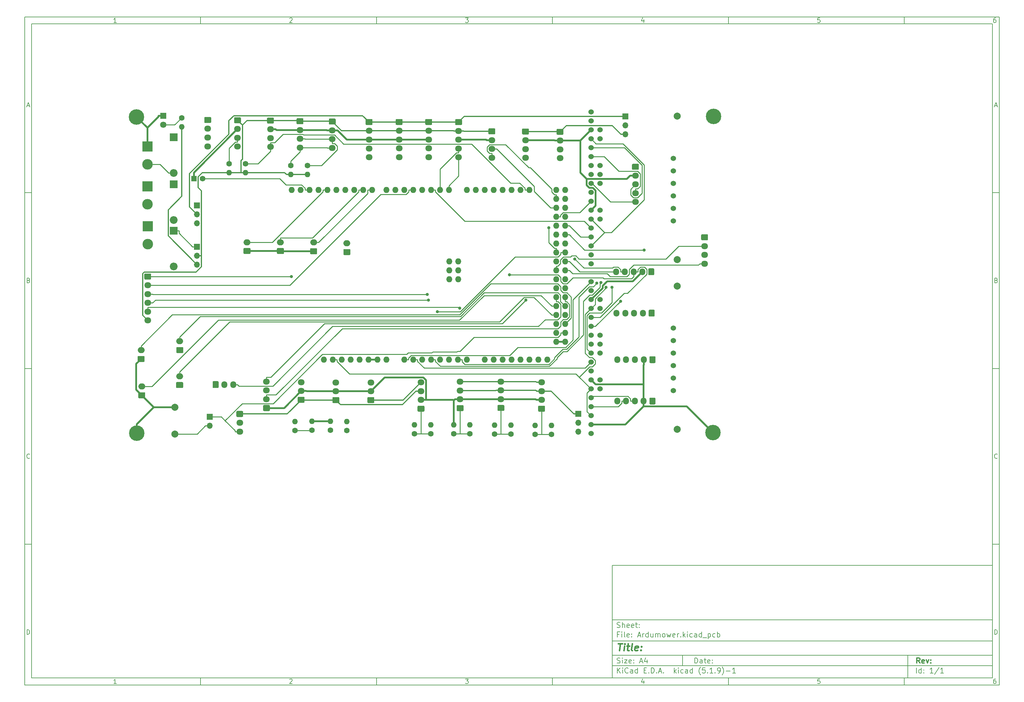
<source format=gbr>
%TF.GenerationSoftware,KiCad,Pcbnew,(5.1.9)-1*%
%TF.CreationDate,2021-05-21T09:57:04+02:00*%
%TF.ProjectId,Ardumower,41726475-6d6f-4776-9572-2e6b69636164,rev?*%
%TF.SameCoordinates,Original*%
%TF.FileFunction,Copper,L1,Top*%
%TF.FilePolarity,Positive*%
%FSLAX46Y46*%
G04 Gerber Fmt 4.6, Leading zero omitted, Abs format (unit mm)*
G04 Created by KiCad (PCBNEW (5.1.9)-1) date 2021-05-21 09:57:04*
%MOMM*%
%LPD*%
G01*
G04 APERTURE LIST*
%ADD10C,0.100000*%
%ADD11C,0.150000*%
%ADD12C,0.300000*%
%ADD13C,0.400000*%
%TA.AperFunction,ComponentPad*%
%ADD14O,1.950000X1.700000*%
%TD*%
%TA.AperFunction,ComponentPad*%
%ADD15O,1.700000X1.950000*%
%TD*%
%TA.AperFunction,ComponentPad*%
%ADD16O,2.000000X1.700000*%
%TD*%
%TA.AperFunction,ComponentPad*%
%ADD17O,1.600000X1.600000*%
%TD*%
%TA.AperFunction,ComponentPad*%
%ADD18C,1.600000*%
%TD*%
%TA.AperFunction,ComponentPad*%
%ADD19O,1.700000X1.700000*%
%TD*%
%TA.AperFunction,ComponentPad*%
%ADD20R,1.700000X1.700000*%
%TD*%
%TA.AperFunction,ConnectorPad*%
%ADD21C,4.400000*%
%TD*%
%TA.AperFunction,ComponentPad*%
%ADD22C,2.600000*%
%TD*%
%TA.AperFunction,ComponentPad*%
%ADD23C,2.000000*%
%TD*%
%TA.AperFunction,ComponentPad*%
%ADD24C,1.524000*%
%TD*%
%TA.AperFunction,ComponentPad*%
%ADD25C,3.000000*%
%TD*%
%TA.AperFunction,ComponentPad*%
%ADD26R,3.000000X3.000000*%
%TD*%
%TA.AperFunction,ComponentPad*%
%ADD27O,2.200000X2.200000*%
%TD*%
%TA.AperFunction,ComponentPad*%
%ADD28R,2.200000X2.200000*%
%TD*%
%TA.AperFunction,ComponentPad*%
%ADD29C,1.800000*%
%TD*%
%TA.AperFunction,ComponentPad*%
%ADD30R,1.800000X1.800000*%
%TD*%
%TA.AperFunction,ComponentPad*%
%ADD31O,1.727200X1.727200*%
%TD*%
%TA.AperFunction,ComponentPad*%
%ADD32R,1.600000X1.600000*%
%TD*%
%TA.AperFunction,ViaPad*%
%ADD33C,0.889000*%
%TD*%
%TA.AperFunction,Conductor*%
%ADD34C,0.254000*%
%TD*%
%TA.AperFunction,Conductor*%
%ADD35C,0.500000*%
%TD*%
%TA.AperFunction,Conductor*%
%ADD36C,0.354000*%
%TD*%
G04 APERTURE END LIST*
D10*
D11*
X177002200Y-166007200D02*
X177002200Y-198007200D01*
X285002200Y-198007200D01*
X285002200Y-166007200D01*
X177002200Y-166007200D01*
D10*
D11*
X10000000Y-10000000D02*
X10000000Y-200007200D01*
X287002200Y-200007200D01*
X287002200Y-10000000D01*
X10000000Y-10000000D01*
D10*
D11*
X12000000Y-12000000D02*
X12000000Y-198007200D01*
X285002200Y-198007200D01*
X285002200Y-12000000D01*
X12000000Y-12000000D01*
D10*
D11*
X60000000Y-12000000D02*
X60000000Y-10000000D01*
D10*
D11*
X110000000Y-12000000D02*
X110000000Y-10000000D01*
D10*
D11*
X160000000Y-12000000D02*
X160000000Y-10000000D01*
D10*
D11*
X210000000Y-12000000D02*
X210000000Y-10000000D01*
D10*
D11*
X260000000Y-12000000D02*
X260000000Y-10000000D01*
D10*
D11*
X36065476Y-11588095D02*
X35322619Y-11588095D01*
X35694047Y-11588095D02*
X35694047Y-10288095D01*
X35570238Y-10473809D01*
X35446428Y-10597619D01*
X35322619Y-10659523D01*
D10*
D11*
X85322619Y-10411904D02*
X85384523Y-10350000D01*
X85508333Y-10288095D01*
X85817857Y-10288095D01*
X85941666Y-10350000D01*
X86003571Y-10411904D01*
X86065476Y-10535714D01*
X86065476Y-10659523D01*
X86003571Y-10845238D01*
X85260714Y-11588095D01*
X86065476Y-11588095D01*
D10*
D11*
X135260714Y-10288095D02*
X136065476Y-10288095D01*
X135632142Y-10783333D01*
X135817857Y-10783333D01*
X135941666Y-10845238D01*
X136003571Y-10907142D01*
X136065476Y-11030952D01*
X136065476Y-11340476D01*
X136003571Y-11464285D01*
X135941666Y-11526190D01*
X135817857Y-11588095D01*
X135446428Y-11588095D01*
X135322619Y-11526190D01*
X135260714Y-11464285D01*
D10*
D11*
X185941666Y-10721428D02*
X185941666Y-11588095D01*
X185632142Y-10226190D02*
X185322619Y-11154761D01*
X186127380Y-11154761D01*
D10*
D11*
X236003571Y-10288095D02*
X235384523Y-10288095D01*
X235322619Y-10907142D01*
X235384523Y-10845238D01*
X235508333Y-10783333D01*
X235817857Y-10783333D01*
X235941666Y-10845238D01*
X236003571Y-10907142D01*
X236065476Y-11030952D01*
X236065476Y-11340476D01*
X236003571Y-11464285D01*
X235941666Y-11526190D01*
X235817857Y-11588095D01*
X235508333Y-11588095D01*
X235384523Y-11526190D01*
X235322619Y-11464285D01*
D10*
D11*
X285941666Y-10288095D02*
X285694047Y-10288095D01*
X285570238Y-10350000D01*
X285508333Y-10411904D01*
X285384523Y-10597619D01*
X285322619Y-10845238D01*
X285322619Y-11340476D01*
X285384523Y-11464285D01*
X285446428Y-11526190D01*
X285570238Y-11588095D01*
X285817857Y-11588095D01*
X285941666Y-11526190D01*
X286003571Y-11464285D01*
X286065476Y-11340476D01*
X286065476Y-11030952D01*
X286003571Y-10907142D01*
X285941666Y-10845238D01*
X285817857Y-10783333D01*
X285570238Y-10783333D01*
X285446428Y-10845238D01*
X285384523Y-10907142D01*
X285322619Y-11030952D01*
D10*
D11*
X60000000Y-198007200D02*
X60000000Y-200007200D01*
D10*
D11*
X110000000Y-198007200D02*
X110000000Y-200007200D01*
D10*
D11*
X160000000Y-198007200D02*
X160000000Y-200007200D01*
D10*
D11*
X210000000Y-198007200D02*
X210000000Y-200007200D01*
D10*
D11*
X260000000Y-198007200D02*
X260000000Y-200007200D01*
D10*
D11*
X36065476Y-199595295D02*
X35322619Y-199595295D01*
X35694047Y-199595295D02*
X35694047Y-198295295D01*
X35570238Y-198481009D01*
X35446428Y-198604819D01*
X35322619Y-198666723D01*
D10*
D11*
X85322619Y-198419104D02*
X85384523Y-198357200D01*
X85508333Y-198295295D01*
X85817857Y-198295295D01*
X85941666Y-198357200D01*
X86003571Y-198419104D01*
X86065476Y-198542914D01*
X86065476Y-198666723D01*
X86003571Y-198852438D01*
X85260714Y-199595295D01*
X86065476Y-199595295D01*
D10*
D11*
X135260714Y-198295295D02*
X136065476Y-198295295D01*
X135632142Y-198790533D01*
X135817857Y-198790533D01*
X135941666Y-198852438D01*
X136003571Y-198914342D01*
X136065476Y-199038152D01*
X136065476Y-199347676D01*
X136003571Y-199471485D01*
X135941666Y-199533390D01*
X135817857Y-199595295D01*
X135446428Y-199595295D01*
X135322619Y-199533390D01*
X135260714Y-199471485D01*
D10*
D11*
X185941666Y-198728628D02*
X185941666Y-199595295D01*
X185632142Y-198233390D02*
X185322619Y-199161961D01*
X186127380Y-199161961D01*
D10*
D11*
X236003571Y-198295295D02*
X235384523Y-198295295D01*
X235322619Y-198914342D01*
X235384523Y-198852438D01*
X235508333Y-198790533D01*
X235817857Y-198790533D01*
X235941666Y-198852438D01*
X236003571Y-198914342D01*
X236065476Y-199038152D01*
X236065476Y-199347676D01*
X236003571Y-199471485D01*
X235941666Y-199533390D01*
X235817857Y-199595295D01*
X235508333Y-199595295D01*
X235384523Y-199533390D01*
X235322619Y-199471485D01*
D10*
D11*
X285941666Y-198295295D02*
X285694047Y-198295295D01*
X285570238Y-198357200D01*
X285508333Y-198419104D01*
X285384523Y-198604819D01*
X285322619Y-198852438D01*
X285322619Y-199347676D01*
X285384523Y-199471485D01*
X285446428Y-199533390D01*
X285570238Y-199595295D01*
X285817857Y-199595295D01*
X285941666Y-199533390D01*
X286003571Y-199471485D01*
X286065476Y-199347676D01*
X286065476Y-199038152D01*
X286003571Y-198914342D01*
X285941666Y-198852438D01*
X285817857Y-198790533D01*
X285570238Y-198790533D01*
X285446428Y-198852438D01*
X285384523Y-198914342D01*
X285322619Y-199038152D01*
D10*
D11*
X10000000Y-60000000D02*
X12000000Y-60000000D01*
D10*
D11*
X10000000Y-110000000D02*
X12000000Y-110000000D01*
D10*
D11*
X10000000Y-160000000D02*
X12000000Y-160000000D01*
D10*
D11*
X10690476Y-35216666D02*
X11309523Y-35216666D01*
X10566666Y-35588095D02*
X11000000Y-34288095D01*
X11433333Y-35588095D01*
D10*
D11*
X11092857Y-84907142D02*
X11278571Y-84969047D01*
X11340476Y-85030952D01*
X11402380Y-85154761D01*
X11402380Y-85340476D01*
X11340476Y-85464285D01*
X11278571Y-85526190D01*
X11154761Y-85588095D01*
X10659523Y-85588095D01*
X10659523Y-84288095D01*
X11092857Y-84288095D01*
X11216666Y-84350000D01*
X11278571Y-84411904D01*
X11340476Y-84535714D01*
X11340476Y-84659523D01*
X11278571Y-84783333D01*
X11216666Y-84845238D01*
X11092857Y-84907142D01*
X10659523Y-84907142D01*
D10*
D11*
X11402380Y-135464285D02*
X11340476Y-135526190D01*
X11154761Y-135588095D01*
X11030952Y-135588095D01*
X10845238Y-135526190D01*
X10721428Y-135402380D01*
X10659523Y-135278571D01*
X10597619Y-135030952D01*
X10597619Y-134845238D01*
X10659523Y-134597619D01*
X10721428Y-134473809D01*
X10845238Y-134350000D01*
X11030952Y-134288095D01*
X11154761Y-134288095D01*
X11340476Y-134350000D01*
X11402380Y-134411904D01*
D10*
D11*
X10659523Y-185588095D02*
X10659523Y-184288095D01*
X10969047Y-184288095D01*
X11154761Y-184350000D01*
X11278571Y-184473809D01*
X11340476Y-184597619D01*
X11402380Y-184845238D01*
X11402380Y-185030952D01*
X11340476Y-185278571D01*
X11278571Y-185402380D01*
X11154761Y-185526190D01*
X10969047Y-185588095D01*
X10659523Y-185588095D01*
D10*
D11*
X287002200Y-60000000D02*
X285002200Y-60000000D01*
D10*
D11*
X287002200Y-110000000D02*
X285002200Y-110000000D01*
D10*
D11*
X287002200Y-160000000D02*
X285002200Y-160000000D01*
D10*
D11*
X285692676Y-35216666D02*
X286311723Y-35216666D01*
X285568866Y-35588095D02*
X286002200Y-34288095D01*
X286435533Y-35588095D01*
D10*
D11*
X286095057Y-84907142D02*
X286280771Y-84969047D01*
X286342676Y-85030952D01*
X286404580Y-85154761D01*
X286404580Y-85340476D01*
X286342676Y-85464285D01*
X286280771Y-85526190D01*
X286156961Y-85588095D01*
X285661723Y-85588095D01*
X285661723Y-84288095D01*
X286095057Y-84288095D01*
X286218866Y-84350000D01*
X286280771Y-84411904D01*
X286342676Y-84535714D01*
X286342676Y-84659523D01*
X286280771Y-84783333D01*
X286218866Y-84845238D01*
X286095057Y-84907142D01*
X285661723Y-84907142D01*
D10*
D11*
X286404580Y-135464285D02*
X286342676Y-135526190D01*
X286156961Y-135588095D01*
X286033152Y-135588095D01*
X285847438Y-135526190D01*
X285723628Y-135402380D01*
X285661723Y-135278571D01*
X285599819Y-135030952D01*
X285599819Y-134845238D01*
X285661723Y-134597619D01*
X285723628Y-134473809D01*
X285847438Y-134350000D01*
X286033152Y-134288095D01*
X286156961Y-134288095D01*
X286342676Y-134350000D01*
X286404580Y-134411904D01*
D10*
D11*
X285661723Y-185588095D02*
X285661723Y-184288095D01*
X285971247Y-184288095D01*
X286156961Y-184350000D01*
X286280771Y-184473809D01*
X286342676Y-184597619D01*
X286404580Y-184845238D01*
X286404580Y-185030952D01*
X286342676Y-185278571D01*
X286280771Y-185402380D01*
X286156961Y-185526190D01*
X285971247Y-185588095D01*
X285661723Y-185588095D01*
D10*
D11*
X200434342Y-193785771D02*
X200434342Y-192285771D01*
X200791485Y-192285771D01*
X201005771Y-192357200D01*
X201148628Y-192500057D01*
X201220057Y-192642914D01*
X201291485Y-192928628D01*
X201291485Y-193142914D01*
X201220057Y-193428628D01*
X201148628Y-193571485D01*
X201005771Y-193714342D01*
X200791485Y-193785771D01*
X200434342Y-193785771D01*
X202577200Y-193785771D02*
X202577200Y-193000057D01*
X202505771Y-192857200D01*
X202362914Y-192785771D01*
X202077200Y-192785771D01*
X201934342Y-192857200D01*
X202577200Y-193714342D02*
X202434342Y-193785771D01*
X202077200Y-193785771D01*
X201934342Y-193714342D01*
X201862914Y-193571485D01*
X201862914Y-193428628D01*
X201934342Y-193285771D01*
X202077200Y-193214342D01*
X202434342Y-193214342D01*
X202577200Y-193142914D01*
X203077200Y-192785771D02*
X203648628Y-192785771D01*
X203291485Y-192285771D02*
X203291485Y-193571485D01*
X203362914Y-193714342D01*
X203505771Y-193785771D01*
X203648628Y-193785771D01*
X204720057Y-193714342D02*
X204577200Y-193785771D01*
X204291485Y-193785771D01*
X204148628Y-193714342D01*
X204077200Y-193571485D01*
X204077200Y-193000057D01*
X204148628Y-192857200D01*
X204291485Y-192785771D01*
X204577200Y-192785771D01*
X204720057Y-192857200D01*
X204791485Y-193000057D01*
X204791485Y-193142914D01*
X204077200Y-193285771D01*
X205434342Y-193642914D02*
X205505771Y-193714342D01*
X205434342Y-193785771D01*
X205362914Y-193714342D01*
X205434342Y-193642914D01*
X205434342Y-193785771D01*
X205434342Y-192857200D02*
X205505771Y-192928628D01*
X205434342Y-193000057D01*
X205362914Y-192928628D01*
X205434342Y-192857200D01*
X205434342Y-193000057D01*
D10*
D11*
X177002200Y-194507200D02*
X285002200Y-194507200D01*
D10*
D11*
X178434342Y-196585771D02*
X178434342Y-195085771D01*
X179291485Y-196585771D02*
X178648628Y-195728628D01*
X179291485Y-195085771D02*
X178434342Y-195942914D01*
X179934342Y-196585771D02*
X179934342Y-195585771D01*
X179934342Y-195085771D02*
X179862914Y-195157200D01*
X179934342Y-195228628D01*
X180005771Y-195157200D01*
X179934342Y-195085771D01*
X179934342Y-195228628D01*
X181505771Y-196442914D02*
X181434342Y-196514342D01*
X181220057Y-196585771D01*
X181077200Y-196585771D01*
X180862914Y-196514342D01*
X180720057Y-196371485D01*
X180648628Y-196228628D01*
X180577200Y-195942914D01*
X180577200Y-195728628D01*
X180648628Y-195442914D01*
X180720057Y-195300057D01*
X180862914Y-195157200D01*
X181077200Y-195085771D01*
X181220057Y-195085771D01*
X181434342Y-195157200D01*
X181505771Y-195228628D01*
X182791485Y-196585771D02*
X182791485Y-195800057D01*
X182720057Y-195657200D01*
X182577200Y-195585771D01*
X182291485Y-195585771D01*
X182148628Y-195657200D01*
X182791485Y-196514342D02*
X182648628Y-196585771D01*
X182291485Y-196585771D01*
X182148628Y-196514342D01*
X182077200Y-196371485D01*
X182077200Y-196228628D01*
X182148628Y-196085771D01*
X182291485Y-196014342D01*
X182648628Y-196014342D01*
X182791485Y-195942914D01*
X184148628Y-196585771D02*
X184148628Y-195085771D01*
X184148628Y-196514342D02*
X184005771Y-196585771D01*
X183720057Y-196585771D01*
X183577200Y-196514342D01*
X183505771Y-196442914D01*
X183434342Y-196300057D01*
X183434342Y-195871485D01*
X183505771Y-195728628D01*
X183577200Y-195657200D01*
X183720057Y-195585771D01*
X184005771Y-195585771D01*
X184148628Y-195657200D01*
X186005771Y-195800057D02*
X186505771Y-195800057D01*
X186720057Y-196585771D02*
X186005771Y-196585771D01*
X186005771Y-195085771D01*
X186720057Y-195085771D01*
X187362914Y-196442914D02*
X187434342Y-196514342D01*
X187362914Y-196585771D01*
X187291485Y-196514342D01*
X187362914Y-196442914D01*
X187362914Y-196585771D01*
X188077200Y-196585771D02*
X188077200Y-195085771D01*
X188434342Y-195085771D01*
X188648628Y-195157200D01*
X188791485Y-195300057D01*
X188862914Y-195442914D01*
X188934342Y-195728628D01*
X188934342Y-195942914D01*
X188862914Y-196228628D01*
X188791485Y-196371485D01*
X188648628Y-196514342D01*
X188434342Y-196585771D01*
X188077200Y-196585771D01*
X189577200Y-196442914D02*
X189648628Y-196514342D01*
X189577200Y-196585771D01*
X189505771Y-196514342D01*
X189577200Y-196442914D01*
X189577200Y-196585771D01*
X190220057Y-196157200D02*
X190934342Y-196157200D01*
X190077200Y-196585771D02*
X190577200Y-195085771D01*
X191077200Y-196585771D01*
X191577200Y-196442914D02*
X191648628Y-196514342D01*
X191577200Y-196585771D01*
X191505771Y-196514342D01*
X191577200Y-196442914D01*
X191577200Y-196585771D01*
X194577200Y-196585771D02*
X194577200Y-195085771D01*
X194720057Y-196014342D02*
X195148628Y-196585771D01*
X195148628Y-195585771D02*
X194577200Y-196157200D01*
X195791485Y-196585771D02*
X195791485Y-195585771D01*
X195791485Y-195085771D02*
X195720057Y-195157200D01*
X195791485Y-195228628D01*
X195862914Y-195157200D01*
X195791485Y-195085771D01*
X195791485Y-195228628D01*
X197148628Y-196514342D02*
X197005771Y-196585771D01*
X196720057Y-196585771D01*
X196577200Y-196514342D01*
X196505771Y-196442914D01*
X196434342Y-196300057D01*
X196434342Y-195871485D01*
X196505771Y-195728628D01*
X196577200Y-195657200D01*
X196720057Y-195585771D01*
X197005771Y-195585771D01*
X197148628Y-195657200D01*
X198434342Y-196585771D02*
X198434342Y-195800057D01*
X198362914Y-195657200D01*
X198220057Y-195585771D01*
X197934342Y-195585771D01*
X197791485Y-195657200D01*
X198434342Y-196514342D02*
X198291485Y-196585771D01*
X197934342Y-196585771D01*
X197791485Y-196514342D01*
X197720057Y-196371485D01*
X197720057Y-196228628D01*
X197791485Y-196085771D01*
X197934342Y-196014342D01*
X198291485Y-196014342D01*
X198434342Y-195942914D01*
X199791485Y-196585771D02*
X199791485Y-195085771D01*
X199791485Y-196514342D02*
X199648628Y-196585771D01*
X199362914Y-196585771D01*
X199220057Y-196514342D01*
X199148628Y-196442914D01*
X199077200Y-196300057D01*
X199077200Y-195871485D01*
X199148628Y-195728628D01*
X199220057Y-195657200D01*
X199362914Y-195585771D01*
X199648628Y-195585771D01*
X199791485Y-195657200D01*
X202077200Y-197157200D02*
X202005771Y-197085771D01*
X201862914Y-196871485D01*
X201791485Y-196728628D01*
X201720057Y-196514342D01*
X201648628Y-196157200D01*
X201648628Y-195871485D01*
X201720057Y-195514342D01*
X201791485Y-195300057D01*
X201862914Y-195157200D01*
X202005771Y-194942914D01*
X202077200Y-194871485D01*
X203362914Y-195085771D02*
X202648628Y-195085771D01*
X202577200Y-195800057D01*
X202648628Y-195728628D01*
X202791485Y-195657200D01*
X203148628Y-195657200D01*
X203291485Y-195728628D01*
X203362914Y-195800057D01*
X203434342Y-195942914D01*
X203434342Y-196300057D01*
X203362914Y-196442914D01*
X203291485Y-196514342D01*
X203148628Y-196585771D01*
X202791485Y-196585771D01*
X202648628Y-196514342D01*
X202577200Y-196442914D01*
X204077200Y-196442914D02*
X204148628Y-196514342D01*
X204077200Y-196585771D01*
X204005771Y-196514342D01*
X204077200Y-196442914D01*
X204077200Y-196585771D01*
X205577200Y-196585771D02*
X204720057Y-196585771D01*
X205148628Y-196585771D02*
X205148628Y-195085771D01*
X205005771Y-195300057D01*
X204862914Y-195442914D01*
X204720057Y-195514342D01*
X206220057Y-196442914D02*
X206291485Y-196514342D01*
X206220057Y-196585771D01*
X206148628Y-196514342D01*
X206220057Y-196442914D01*
X206220057Y-196585771D01*
X207005771Y-196585771D02*
X207291485Y-196585771D01*
X207434342Y-196514342D01*
X207505771Y-196442914D01*
X207648628Y-196228628D01*
X207720057Y-195942914D01*
X207720057Y-195371485D01*
X207648628Y-195228628D01*
X207577200Y-195157200D01*
X207434342Y-195085771D01*
X207148628Y-195085771D01*
X207005771Y-195157200D01*
X206934342Y-195228628D01*
X206862914Y-195371485D01*
X206862914Y-195728628D01*
X206934342Y-195871485D01*
X207005771Y-195942914D01*
X207148628Y-196014342D01*
X207434342Y-196014342D01*
X207577200Y-195942914D01*
X207648628Y-195871485D01*
X207720057Y-195728628D01*
X208220057Y-197157200D02*
X208291485Y-197085771D01*
X208434342Y-196871485D01*
X208505771Y-196728628D01*
X208577200Y-196514342D01*
X208648628Y-196157200D01*
X208648628Y-195871485D01*
X208577200Y-195514342D01*
X208505771Y-195300057D01*
X208434342Y-195157200D01*
X208291485Y-194942914D01*
X208220057Y-194871485D01*
X209362914Y-196014342D02*
X210505771Y-196014342D01*
X212005771Y-196585771D02*
X211148628Y-196585771D01*
X211577200Y-196585771D02*
X211577200Y-195085771D01*
X211434342Y-195300057D01*
X211291485Y-195442914D01*
X211148628Y-195514342D01*
D10*
D11*
X177002200Y-191507200D02*
X285002200Y-191507200D01*
D10*
D12*
X264411485Y-193785771D02*
X263911485Y-193071485D01*
X263554342Y-193785771D02*
X263554342Y-192285771D01*
X264125771Y-192285771D01*
X264268628Y-192357200D01*
X264340057Y-192428628D01*
X264411485Y-192571485D01*
X264411485Y-192785771D01*
X264340057Y-192928628D01*
X264268628Y-193000057D01*
X264125771Y-193071485D01*
X263554342Y-193071485D01*
X265625771Y-193714342D02*
X265482914Y-193785771D01*
X265197200Y-193785771D01*
X265054342Y-193714342D01*
X264982914Y-193571485D01*
X264982914Y-193000057D01*
X265054342Y-192857200D01*
X265197200Y-192785771D01*
X265482914Y-192785771D01*
X265625771Y-192857200D01*
X265697200Y-193000057D01*
X265697200Y-193142914D01*
X264982914Y-193285771D01*
X266197200Y-192785771D02*
X266554342Y-193785771D01*
X266911485Y-192785771D01*
X267482914Y-193642914D02*
X267554342Y-193714342D01*
X267482914Y-193785771D01*
X267411485Y-193714342D01*
X267482914Y-193642914D01*
X267482914Y-193785771D01*
X267482914Y-192857200D02*
X267554342Y-192928628D01*
X267482914Y-193000057D01*
X267411485Y-192928628D01*
X267482914Y-192857200D01*
X267482914Y-193000057D01*
D10*
D11*
X178362914Y-193714342D02*
X178577200Y-193785771D01*
X178934342Y-193785771D01*
X179077200Y-193714342D01*
X179148628Y-193642914D01*
X179220057Y-193500057D01*
X179220057Y-193357200D01*
X179148628Y-193214342D01*
X179077200Y-193142914D01*
X178934342Y-193071485D01*
X178648628Y-193000057D01*
X178505771Y-192928628D01*
X178434342Y-192857200D01*
X178362914Y-192714342D01*
X178362914Y-192571485D01*
X178434342Y-192428628D01*
X178505771Y-192357200D01*
X178648628Y-192285771D01*
X179005771Y-192285771D01*
X179220057Y-192357200D01*
X179862914Y-193785771D02*
X179862914Y-192785771D01*
X179862914Y-192285771D02*
X179791485Y-192357200D01*
X179862914Y-192428628D01*
X179934342Y-192357200D01*
X179862914Y-192285771D01*
X179862914Y-192428628D01*
X180434342Y-192785771D02*
X181220057Y-192785771D01*
X180434342Y-193785771D01*
X181220057Y-193785771D01*
X182362914Y-193714342D02*
X182220057Y-193785771D01*
X181934342Y-193785771D01*
X181791485Y-193714342D01*
X181720057Y-193571485D01*
X181720057Y-193000057D01*
X181791485Y-192857200D01*
X181934342Y-192785771D01*
X182220057Y-192785771D01*
X182362914Y-192857200D01*
X182434342Y-193000057D01*
X182434342Y-193142914D01*
X181720057Y-193285771D01*
X183077200Y-193642914D02*
X183148628Y-193714342D01*
X183077200Y-193785771D01*
X183005771Y-193714342D01*
X183077200Y-193642914D01*
X183077200Y-193785771D01*
X183077200Y-192857200D02*
X183148628Y-192928628D01*
X183077200Y-193000057D01*
X183005771Y-192928628D01*
X183077200Y-192857200D01*
X183077200Y-193000057D01*
X184862914Y-193357200D02*
X185577200Y-193357200D01*
X184720057Y-193785771D02*
X185220057Y-192285771D01*
X185720057Y-193785771D01*
X186862914Y-192785771D02*
X186862914Y-193785771D01*
X186505771Y-192214342D02*
X186148628Y-193285771D01*
X187077200Y-193285771D01*
D10*
D11*
X263434342Y-196585771D02*
X263434342Y-195085771D01*
X264791485Y-196585771D02*
X264791485Y-195085771D01*
X264791485Y-196514342D02*
X264648628Y-196585771D01*
X264362914Y-196585771D01*
X264220057Y-196514342D01*
X264148628Y-196442914D01*
X264077200Y-196300057D01*
X264077200Y-195871485D01*
X264148628Y-195728628D01*
X264220057Y-195657200D01*
X264362914Y-195585771D01*
X264648628Y-195585771D01*
X264791485Y-195657200D01*
X265505771Y-196442914D02*
X265577200Y-196514342D01*
X265505771Y-196585771D01*
X265434342Y-196514342D01*
X265505771Y-196442914D01*
X265505771Y-196585771D01*
X265505771Y-195657200D02*
X265577200Y-195728628D01*
X265505771Y-195800057D01*
X265434342Y-195728628D01*
X265505771Y-195657200D01*
X265505771Y-195800057D01*
X268148628Y-196585771D02*
X267291485Y-196585771D01*
X267720057Y-196585771D02*
X267720057Y-195085771D01*
X267577200Y-195300057D01*
X267434342Y-195442914D01*
X267291485Y-195514342D01*
X269862914Y-195014342D02*
X268577200Y-196942914D01*
X271148628Y-196585771D02*
X270291485Y-196585771D01*
X270720057Y-196585771D02*
X270720057Y-195085771D01*
X270577200Y-195300057D01*
X270434342Y-195442914D01*
X270291485Y-195514342D01*
D10*
D11*
X177002200Y-187507200D02*
X285002200Y-187507200D01*
D10*
D13*
X178714580Y-188211961D02*
X179857438Y-188211961D01*
X179036009Y-190211961D02*
X179286009Y-188211961D01*
X180274104Y-190211961D02*
X180440771Y-188878628D01*
X180524104Y-188211961D02*
X180416961Y-188307200D01*
X180500295Y-188402438D01*
X180607438Y-188307200D01*
X180524104Y-188211961D01*
X180500295Y-188402438D01*
X181107438Y-188878628D02*
X181869342Y-188878628D01*
X181476485Y-188211961D02*
X181262200Y-189926247D01*
X181333628Y-190116723D01*
X181512200Y-190211961D01*
X181702676Y-190211961D01*
X182655057Y-190211961D02*
X182476485Y-190116723D01*
X182405057Y-189926247D01*
X182619342Y-188211961D01*
X184190771Y-190116723D02*
X183988390Y-190211961D01*
X183607438Y-190211961D01*
X183428866Y-190116723D01*
X183357438Y-189926247D01*
X183452676Y-189164342D01*
X183571723Y-188973866D01*
X183774104Y-188878628D01*
X184155057Y-188878628D01*
X184333628Y-188973866D01*
X184405057Y-189164342D01*
X184381247Y-189354819D01*
X183405057Y-189545295D01*
X185155057Y-190021485D02*
X185238390Y-190116723D01*
X185131247Y-190211961D01*
X185047914Y-190116723D01*
X185155057Y-190021485D01*
X185131247Y-190211961D01*
X185286009Y-188973866D02*
X185369342Y-189069104D01*
X185262200Y-189164342D01*
X185178866Y-189069104D01*
X185286009Y-188973866D01*
X185262200Y-189164342D01*
D10*
D11*
X178934342Y-185600057D02*
X178434342Y-185600057D01*
X178434342Y-186385771D02*
X178434342Y-184885771D01*
X179148628Y-184885771D01*
X179720057Y-186385771D02*
X179720057Y-185385771D01*
X179720057Y-184885771D02*
X179648628Y-184957200D01*
X179720057Y-185028628D01*
X179791485Y-184957200D01*
X179720057Y-184885771D01*
X179720057Y-185028628D01*
X180648628Y-186385771D02*
X180505771Y-186314342D01*
X180434342Y-186171485D01*
X180434342Y-184885771D01*
X181791485Y-186314342D02*
X181648628Y-186385771D01*
X181362914Y-186385771D01*
X181220057Y-186314342D01*
X181148628Y-186171485D01*
X181148628Y-185600057D01*
X181220057Y-185457200D01*
X181362914Y-185385771D01*
X181648628Y-185385771D01*
X181791485Y-185457200D01*
X181862914Y-185600057D01*
X181862914Y-185742914D01*
X181148628Y-185885771D01*
X182505771Y-186242914D02*
X182577200Y-186314342D01*
X182505771Y-186385771D01*
X182434342Y-186314342D01*
X182505771Y-186242914D01*
X182505771Y-186385771D01*
X182505771Y-185457200D02*
X182577200Y-185528628D01*
X182505771Y-185600057D01*
X182434342Y-185528628D01*
X182505771Y-185457200D01*
X182505771Y-185600057D01*
X184291485Y-185957200D02*
X185005771Y-185957200D01*
X184148628Y-186385771D02*
X184648628Y-184885771D01*
X185148628Y-186385771D01*
X185648628Y-186385771D02*
X185648628Y-185385771D01*
X185648628Y-185671485D02*
X185720057Y-185528628D01*
X185791485Y-185457200D01*
X185934342Y-185385771D01*
X186077200Y-185385771D01*
X187220057Y-186385771D02*
X187220057Y-184885771D01*
X187220057Y-186314342D02*
X187077200Y-186385771D01*
X186791485Y-186385771D01*
X186648628Y-186314342D01*
X186577200Y-186242914D01*
X186505771Y-186100057D01*
X186505771Y-185671485D01*
X186577200Y-185528628D01*
X186648628Y-185457200D01*
X186791485Y-185385771D01*
X187077200Y-185385771D01*
X187220057Y-185457200D01*
X188577200Y-185385771D02*
X188577200Y-186385771D01*
X187934342Y-185385771D02*
X187934342Y-186171485D01*
X188005771Y-186314342D01*
X188148628Y-186385771D01*
X188362914Y-186385771D01*
X188505771Y-186314342D01*
X188577200Y-186242914D01*
X189291485Y-186385771D02*
X189291485Y-185385771D01*
X189291485Y-185528628D02*
X189362914Y-185457200D01*
X189505771Y-185385771D01*
X189720057Y-185385771D01*
X189862914Y-185457200D01*
X189934342Y-185600057D01*
X189934342Y-186385771D01*
X189934342Y-185600057D02*
X190005771Y-185457200D01*
X190148628Y-185385771D01*
X190362914Y-185385771D01*
X190505771Y-185457200D01*
X190577200Y-185600057D01*
X190577200Y-186385771D01*
X191505771Y-186385771D02*
X191362914Y-186314342D01*
X191291485Y-186242914D01*
X191220057Y-186100057D01*
X191220057Y-185671485D01*
X191291485Y-185528628D01*
X191362914Y-185457200D01*
X191505771Y-185385771D01*
X191720057Y-185385771D01*
X191862914Y-185457200D01*
X191934342Y-185528628D01*
X192005771Y-185671485D01*
X192005771Y-186100057D01*
X191934342Y-186242914D01*
X191862914Y-186314342D01*
X191720057Y-186385771D01*
X191505771Y-186385771D01*
X192505771Y-185385771D02*
X192791485Y-186385771D01*
X193077200Y-185671485D01*
X193362914Y-186385771D01*
X193648628Y-185385771D01*
X194791485Y-186314342D02*
X194648628Y-186385771D01*
X194362914Y-186385771D01*
X194220057Y-186314342D01*
X194148628Y-186171485D01*
X194148628Y-185600057D01*
X194220057Y-185457200D01*
X194362914Y-185385771D01*
X194648628Y-185385771D01*
X194791485Y-185457200D01*
X194862914Y-185600057D01*
X194862914Y-185742914D01*
X194148628Y-185885771D01*
X195505771Y-186385771D02*
X195505771Y-185385771D01*
X195505771Y-185671485D02*
X195577200Y-185528628D01*
X195648628Y-185457200D01*
X195791485Y-185385771D01*
X195934342Y-185385771D01*
X196434342Y-186242914D02*
X196505771Y-186314342D01*
X196434342Y-186385771D01*
X196362914Y-186314342D01*
X196434342Y-186242914D01*
X196434342Y-186385771D01*
X197148628Y-186385771D02*
X197148628Y-184885771D01*
X197291485Y-185814342D02*
X197720057Y-186385771D01*
X197720057Y-185385771D02*
X197148628Y-185957200D01*
X198362914Y-186385771D02*
X198362914Y-185385771D01*
X198362914Y-184885771D02*
X198291485Y-184957200D01*
X198362914Y-185028628D01*
X198434342Y-184957200D01*
X198362914Y-184885771D01*
X198362914Y-185028628D01*
X199720057Y-186314342D02*
X199577200Y-186385771D01*
X199291485Y-186385771D01*
X199148628Y-186314342D01*
X199077200Y-186242914D01*
X199005771Y-186100057D01*
X199005771Y-185671485D01*
X199077200Y-185528628D01*
X199148628Y-185457200D01*
X199291485Y-185385771D01*
X199577200Y-185385771D01*
X199720057Y-185457200D01*
X201005771Y-186385771D02*
X201005771Y-185600057D01*
X200934342Y-185457200D01*
X200791485Y-185385771D01*
X200505771Y-185385771D01*
X200362914Y-185457200D01*
X201005771Y-186314342D02*
X200862914Y-186385771D01*
X200505771Y-186385771D01*
X200362914Y-186314342D01*
X200291485Y-186171485D01*
X200291485Y-186028628D01*
X200362914Y-185885771D01*
X200505771Y-185814342D01*
X200862914Y-185814342D01*
X201005771Y-185742914D01*
X202362914Y-186385771D02*
X202362914Y-184885771D01*
X202362914Y-186314342D02*
X202220057Y-186385771D01*
X201934342Y-186385771D01*
X201791485Y-186314342D01*
X201720057Y-186242914D01*
X201648628Y-186100057D01*
X201648628Y-185671485D01*
X201720057Y-185528628D01*
X201791485Y-185457200D01*
X201934342Y-185385771D01*
X202220057Y-185385771D01*
X202362914Y-185457200D01*
X202720057Y-186528628D02*
X203862914Y-186528628D01*
X204220057Y-185385771D02*
X204220057Y-186885771D01*
X204220057Y-185457200D02*
X204362914Y-185385771D01*
X204648628Y-185385771D01*
X204791485Y-185457200D01*
X204862914Y-185528628D01*
X204934342Y-185671485D01*
X204934342Y-186100057D01*
X204862914Y-186242914D01*
X204791485Y-186314342D01*
X204648628Y-186385771D01*
X204362914Y-186385771D01*
X204220057Y-186314342D01*
X206220057Y-186314342D02*
X206077200Y-186385771D01*
X205791485Y-186385771D01*
X205648628Y-186314342D01*
X205577200Y-186242914D01*
X205505771Y-186100057D01*
X205505771Y-185671485D01*
X205577200Y-185528628D01*
X205648628Y-185457200D01*
X205791485Y-185385771D01*
X206077200Y-185385771D01*
X206220057Y-185457200D01*
X206862914Y-186385771D02*
X206862914Y-184885771D01*
X206862914Y-185457200D02*
X207005771Y-185385771D01*
X207291485Y-185385771D01*
X207434342Y-185457200D01*
X207505771Y-185528628D01*
X207577200Y-185671485D01*
X207577200Y-186100057D01*
X207505771Y-186242914D01*
X207434342Y-186314342D01*
X207291485Y-186385771D01*
X207005771Y-186385771D01*
X206862914Y-186314342D01*
D10*
D11*
X177002200Y-181507200D02*
X285002200Y-181507200D01*
D10*
D11*
X178362914Y-183614342D02*
X178577200Y-183685771D01*
X178934342Y-183685771D01*
X179077200Y-183614342D01*
X179148628Y-183542914D01*
X179220057Y-183400057D01*
X179220057Y-183257200D01*
X179148628Y-183114342D01*
X179077200Y-183042914D01*
X178934342Y-182971485D01*
X178648628Y-182900057D01*
X178505771Y-182828628D01*
X178434342Y-182757200D01*
X178362914Y-182614342D01*
X178362914Y-182471485D01*
X178434342Y-182328628D01*
X178505771Y-182257200D01*
X178648628Y-182185771D01*
X179005771Y-182185771D01*
X179220057Y-182257200D01*
X179862914Y-183685771D02*
X179862914Y-182185771D01*
X180505771Y-183685771D02*
X180505771Y-182900057D01*
X180434342Y-182757200D01*
X180291485Y-182685771D01*
X180077200Y-182685771D01*
X179934342Y-182757200D01*
X179862914Y-182828628D01*
X181791485Y-183614342D02*
X181648628Y-183685771D01*
X181362914Y-183685771D01*
X181220057Y-183614342D01*
X181148628Y-183471485D01*
X181148628Y-182900057D01*
X181220057Y-182757200D01*
X181362914Y-182685771D01*
X181648628Y-182685771D01*
X181791485Y-182757200D01*
X181862914Y-182900057D01*
X181862914Y-183042914D01*
X181148628Y-183185771D01*
X183077200Y-183614342D02*
X182934342Y-183685771D01*
X182648628Y-183685771D01*
X182505771Y-183614342D01*
X182434342Y-183471485D01*
X182434342Y-182900057D01*
X182505771Y-182757200D01*
X182648628Y-182685771D01*
X182934342Y-182685771D01*
X183077200Y-182757200D01*
X183148628Y-182900057D01*
X183148628Y-183042914D01*
X182434342Y-183185771D01*
X183577200Y-182685771D02*
X184148628Y-182685771D01*
X183791485Y-182185771D02*
X183791485Y-183471485D01*
X183862914Y-183614342D01*
X184005771Y-183685771D01*
X184148628Y-183685771D01*
X184648628Y-183542914D02*
X184720057Y-183614342D01*
X184648628Y-183685771D01*
X184577200Y-183614342D01*
X184648628Y-183542914D01*
X184648628Y-183685771D01*
X184648628Y-182757200D02*
X184720057Y-182828628D01*
X184648628Y-182900057D01*
X184577200Y-182828628D01*
X184648628Y-182757200D01*
X184648628Y-182900057D01*
D10*
D11*
X197002200Y-191507200D02*
X197002200Y-194507200D01*
D10*
D11*
X261002200Y-191507200D02*
X261002200Y-198007200D01*
D14*
%TO.P,J42,5*%
%TO.N,pinMotorMowEnable*%
X183580000Y-62630000D03*
%TO.P,J42,4*%
%TO.N,pinMotorMowDir*%
X183580000Y-60130000D03*
%TO.P,J42,3*%
%TO.N,pinMotorMowPWM*%
X183580000Y-57630000D03*
%TO.P,J42,2*%
%TO.N,GND*%
X183580000Y-55130000D03*
%TO.P,J42,1*%
%TO.N,Net-(J42-Pad1)*%
%TA.AperFunction,ComponentPad*%
G36*
G01*
X182855000Y-51780000D02*
X184305000Y-51780000D01*
G75*
G02*
X184555000Y-52030000I0J-250000D01*
G01*
X184555000Y-53230000D01*
G75*
G02*
X184305000Y-53480000I-250000J0D01*
G01*
X182855000Y-53480000D01*
G75*
G02*
X182605000Y-53230000I0J250000D01*
G01*
X182605000Y-52030000D01*
G75*
G02*
X182855000Y-51780000I250000J0D01*
G01*
G37*
%TD.AperFunction*%
%TD*%
D15*
%TO.P,J41,5*%
%TO.N,pinMotorLeftEnable*%
X178400000Y-119250000D03*
%TO.P,J41,4*%
%TO.N,pinMotorLeftDir*%
X180900000Y-119250000D03*
%TO.P,J41,3*%
%TO.N,pinMotorLeftPWM*%
X183400000Y-119250000D03*
%TO.P,J41,2*%
%TO.N,GND*%
X185900000Y-119250000D03*
%TO.P,J41,1*%
%TO.N,Net-(J26-Pad1)*%
%TA.AperFunction,ComponentPad*%
G36*
G01*
X189250000Y-118525000D02*
X189250000Y-119975000D01*
G75*
G02*
X189000000Y-120225000I-250000J0D01*
G01*
X187800000Y-120225000D01*
G75*
G02*
X187550000Y-119975000I0J250000D01*
G01*
X187550000Y-118525000D01*
G75*
G02*
X187800000Y-118275000I250000J0D01*
G01*
X189000000Y-118275000D01*
G75*
G02*
X189250000Y-118525000I0J-250000D01*
G01*
G37*
%TD.AperFunction*%
%TD*%
%TO.P,J40,5*%
%TO.N,pinMotorEnable*%
X178060000Y-82490000D03*
%TO.P,J40,4*%
%TO.N,pinMotorRightDir*%
X180560000Y-82490000D03*
%TO.P,J40,3*%
%TO.N,pinMotorRightPWM*%
X183060000Y-82490000D03*
%TO.P,J40,2*%
%TO.N,GND*%
X185560000Y-82490000D03*
%TO.P,J40,1*%
%TO.N,Net-(J26-Pad1)*%
%TA.AperFunction,ComponentPad*%
G36*
G01*
X188910000Y-81765000D02*
X188910000Y-83215000D01*
G75*
G02*
X188660000Y-83465000I-250000J0D01*
G01*
X187460000Y-83465000D01*
G75*
G02*
X187210000Y-83215000I0J250000D01*
G01*
X187210000Y-81765000D01*
G75*
G02*
X187460000Y-81515000I250000J0D01*
G01*
X188660000Y-81515000D01*
G75*
G02*
X188910000Y-81765000I0J-250000D01*
G01*
G37*
%TD.AperFunction*%
%TD*%
D14*
%TO.P,J39,4*%
%TO.N,+3V3*%
X156900000Y-113920000D03*
%TO.P,J39,3*%
%TO.N,+5V*%
X156900000Y-116420000D03*
%TO.P,J39,2*%
%TO.N,GND*%
X156900000Y-118920000D03*
%TO.P,J39,1*%
%TO.N,Net-(J39-Pad1)*%
%TA.AperFunction,ComponentPad*%
G36*
G01*
X157625000Y-122270000D02*
X156175000Y-122270000D01*
G75*
G02*
X155925000Y-122020000I0J250000D01*
G01*
X155925000Y-120820000D01*
G75*
G02*
X156175000Y-120570000I250000J0D01*
G01*
X157625000Y-120570000D01*
G75*
G02*
X157875000Y-120820000I0J-250000D01*
G01*
X157875000Y-122020000D01*
G75*
G02*
X157625000Y-122270000I-250000J0D01*
G01*
G37*
%TD.AperFunction*%
%TD*%
%TO.P,J38,4*%
%TO.N,+3V3*%
X133750000Y-113760000D03*
%TO.P,J38,3*%
%TO.N,+5V*%
X133750000Y-116260000D03*
%TO.P,J38,2*%
%TO.N,GND*%
X133750000Y-118760000D03*
%TO.P,J38,1*%
%TO.N,Net-(J38-Pad1)*%
%TA.AperFunction,ComponentPad*%
G36*
G01*
X134475000Y-122110000D02*
X133025000Y-122110000D01*
G75*
G02*
X132775000Y-121860000I0J250000D01*
G01*
X132775000Y-120660000D01*
G75*
G02*
X133025000Y-120410000I250000J0D01*
G01*
X134475000Y-120410000D01*
G75*
G02*
X134725000Y-120660000I0J-250000D01*
G01*
X134725000Y-121860000D01*
G75*
G02*
X134475000Y-122110000I-250000J0D01*
G01*
G37*
%TD.AperFunction*%
%TD*%
D16*
%TO.P,J36,2*%
%TO.N,pinReserveA10*%
X101580000Y-74380000D03*
%TO.P,J36,1*%
%TO.N,GND*%
%TA.AperFunction,ComponentPad*%
G36*
G01*
X102330000Y-77730000D02*
X100830000Y-77730000D01*
G75*
G02*
X100580000Y-77480000I0J250000D01*
G01*
X100580000Y-76280000D01*
G75*
G02*
X100830000Y-76030000I250000J0D01*
G01*
X102330000Y-76030000D01*
G75*
G02*
X102580000Y-76280000I0J-250000D01*
G01*
X102580000Y-77480000D01*
G75*
G02*
X102330000Y-77730000I-250000J0D01*
G01*
G37*
%TD.AperFunction*%
%TD*%
%TO.P,J34,2*%
%TO.N,pinReserveD9*%
X82690000Y-74070000D03*
%TO.P,J34,1*%
%TO.N,GND*%
%TA.AperFunction,ComponentPad*%
G36*
G01*
X83440000Y-77420000D02*
X81940000Y-77420000D01*
G75*
G02*
X81690000Y-77170000I0J250000D01*
G01*
X81690000Y-75970000D01*
G75*
G02*
X81940000Y-75720000I250000J0D01*
G01*
X83440000Y-75720000D01*
G75*
G02*
X83690000Y-75970000I0J-250000D01*
G01*
X83690000Y-77170000D01*
G75*
G02*
X83440000Y-77420000I-250000J0D01*
G01*
G37*
%TD.AperFunction*%
%TD*%
%TO.P,J33,2*%
%TO.N,pinReserveD8*%
X92120000Y-74150000D03*
%TO.P,J33,1*%
%TO.N,GND*%
%TA.AperFunction,ComponentPad*%
G36*
G01*
X92870000Y-77500000D02*
X91370000Y-77500000D01*
G75*
G02*
X91120000Y-77250000I0J250000D01*
G01*
X91120000Y-76050000D01*
G75*
G02*
X91370000Y-75800000I250000J0D01*
G01*
X92870000Y-75800000D01*
G75*
G02*
X93120000Y-76050000I0J-250000D01*
G01*
X93120000Y-77250000D01*
G75*
G02*
X92870000Y-77500000I-250000J0D01*
G01*
G37*
%TD.AperFunction*%
%TD*%
%TO.P,J32,2*%
%TO.N,pinReserveD13*%
X73190000Y-74070000D03*
%TO.P,J32,1*%
%TO.N,GND*%
%TA.AperFunction,ComponentPad*%
G36*
G01*
X73940000Y-77420000D02*
X72440000Y-77420000D01*
G75*
G02*
X72190000Y-77170000I0J250000D01*
G01*
X72190000Y-75970000D01*
G75*
G02*
X72440000Y-75720000I250000J0D01*
G01*
X73940000Y-75720000D01*
G75*
G02*
X74190000Y-75970000I0J-250000D01*
G01*
X74190000Y-77170000D01*
G75*
G02*
X73940000Y-77420000I-250000J0D01*
G01*
G37*
%TD.AperFunction*%
%TD*%
D14*
%TO.P,J31,5*%
%TO.N,RX3*%
X107870000Y-49900000D03*
%TO.P,J31,4*%
%TO.N,TX3*%
X107870000Y-47400000D03*
%TO.P,J31,3*%
%TO.N,GND*%
X107870000Y-44900000D03*
%TO.P,J31,2*%
%TO.N,+3V3*%
X107870000Y-42400000D03*
%TO.P,J31,1*%
%TO.N,+5V*%
%TA.AperFunction,ComponentPad*%
G36*
G01*
X107145000Y-39050000D02*
X108595000Y-39050000D01*
G75*
G02*
X108845000Y-39300000I0J-250000D01*
G01*
X108845000Y-40500000D01*
G75*
G02*
X108595000Y-40750000I-250000J0D01*
G01*
X107145000Y-40750000D01*
G75*
G02*
X106895000Y-40500000I0J250000D01*
G01*
X106895000Y-39300000D01*
G75*
G02*
X107145000Y-39050000I250000J0D01*
G01*
G37*
%TD.AperFunction*%
%TD*%
%TO.P,J30,4*%
%TO.N,SCL1*%
X97420000Y-47270000D03*
%TO.P,J30,3*%
%TO.N,SDA1*%
X97420000Y-44770000D03*
%TO.P,J30,2*%
%TO.N,GND*%
X97420000Y-42270000D03*
%TO.P,J30,1*%
%TO.N,+3V3*%
%TA.AperFunction,ComponentPad*%
G36*
G01*
X96695000Y-38920000D02*
X98145000Y-38920000D01*
G75*
G02*
X98395000Y-39170000I0J-250000D01*
G01*
X98395000Y-40370000D01*
G75*
G02*
X98145000Y-40620000I-250000J0D01*
G01*
X96695000Y-40620000D01*
G75*
G02*
X96445000Y-40370000I0J250000D01*
G01*
X96445000Y-39170000D01*
G75*
G02*
X96695000Y-38920000I250000J0D01*
G01*
G37*
%TD.AperFunction*%
%TD*%
%TO.P,J28,4*%
%TO.N,+3V3*%
X145330000Y-113710000D03*
%TO.P,J28,3*%
%TO.N,+5V*%
X145330000Y-116210000D03*
%TO.P,J28,2*%
%TO.N,GND*%
X145330000Y-118710000D03*
%TO.P,J28,1*%
%TO.N,Net-(J28-Pad1)*%
%TA.AperFunction,ComponentPad*%
G36*
G01*
X146055000Y-122060000D02*
X144605000Y-122060000D01*
G75*
G02*
X144355000Y-121810000I0J250000D01*
G01*
X144355000Y-120610000D01*
G75*
G02*
X144605000Y-120360000I250000J0D01*
G01*
X146055000Y-120360000D01*
G75*
G02*
X146305000Y-120610000I0J-250000D01*
G01*
X146305000Y-121810000D01*
G75*
G02*
X146055000Y-122060000I-250000J0D01*
G01*
G37*
%TD.AperFunction*%
%TD*%
%TO.P,J27,4*%
%TO.N,+3V3*%
X122630000Y-113910000D03*
%TO.P,J27,3*%
%TO.N,+5V*%
X122630000Y-116410000D03*
%TO.P,J27,2*%
%TO.N,GND*%
X122630000Y-118910000D03*
%TO.P,J27,1*%
%TO.N,Net-(J27-Pad1)*%
%TA.AperFunction,ComponentPad*%
G36*
G01*
X123355000Y-122260000D02*
X121905000Y-122260000D01*
G75*
G02*
X121655000Y-122010000I0J250000D01*
G01*
X121655000Y-120810000D01*
G75*
G02*
X121905000Y-120560000I250000J0D01*
G01*
X123355000Y-120560000D01*
G75*
G02*
X123605000Y-120810000I0J-250000D01*
G01*
X123605000Y-122010000D01*
G75*
G02*
X123355000Y-122260000I-250000J0D01*
G01*
G37*
%TD.AperFunction*%
%TD*%
D15*
%TO.P,J26,5*%
%TO.N,pinMotorLeft2Enable*%
X178420000Y-107480000D03*
%TO.P,J26,4*%
%TO.N,pinMotorLeft2Dir*%
X180920000Y-107480000D03*
%TO.P,J26,3*%
%TO.N,pinMotorLeft2PWM*%
X183420000Y-107480000D03*
%TO.P,J26,2*%
%TO.N,GND*%
X185920000Y-107480000D03*
%TO.P,J26,1*%
%TO.N,Net-(J26-Pad1)*%
%TA.AperFunction,ComponentPad*%
G36*
G01*
X189270000Y-106755000D02*
X189270000Y-108205000D01*
G75*
G02*
X189020000Y-108455000I-250000J0D01*
G01*
X187820000Y-108455000D01*
G75*
G02*
X187570000Y-108205000I0J250000D01*
G01*
X187570000Y-106755000D01*
G75*
G02*
X187820000Y-106505000I250000J0D01*
G01*
X189020000Y-106505000D01*
G75*
G02*
X189270000Y-106755000I0J-250000D01*
G01*
G37*
%TD.AperFunction*%
%TD*%
D14*
%TO.P,J24,5*%
%TO.N,RX2*%
X116420000Y-49870000D03*
%TO.P,J24,4*%
%TO.N,TX2*%
X116420000Y-47370000D03*
%TO.P,J24,3*%
%TO.N,GND*%
X116420000Y-44870000D03*
%TO.P,J24,2*%
%TO.N,+3V3*%
X116420000Y-42370000D03*
%TO.P,J24,1*%
%TO.N,+5V*%
%TA.AperFunction,ComponentPad*%
G36*
G01*
X115695000Y-39020000D02*
X117145000Y-39020000D01*
G75*
G02*
X117395000Y-39270000I0J-250000D01*
G01*
X117395000Y-40470000D01*
G75*
G02*
X117145000Y-40720000I-250000J0D01*
G01*
X115695000Y-40720000D01*
G75*
G02*
X115445000Y-40470000I0J250000D01*
G01*
X115445000Y-39270000D01*
G75*
G02*
X115695000Y-39020000I250000J0D01*
G01*
G37*
%TD.AperFunction*%
%TD*%
%TO.P,J23,5*%
%TO.N,RX1*%
X124820000Y-49870000D03*
%TO.P,J23,4*%
%TO.N,TX1*%
X124820000Y-47370000D03*
%TO.P,J23,3*%
%TO.N,GND*%
X124820000Y-44870000D03*
%TO.P,J23,2*%
%TO.N,+3V3*%
X124820000Y-42370000D03*
%TO.P,J23,1*%
%TO.N,+5V*%
%TA.AperFunction,ComponentPad*%
G36*
G01*
X124095000Y-39020000D02*
X125545000Y-39020000D01*
G75*
G02*
X125795000Y-39270000I0J-250000D01*
G01*
X125795000Y-40470000D01*
G75*
G02*
X125545000Y-40720000I-250000J0D01*
G01*
X124095000Y-40720000D01*
G75*
G02*
X123845000Y-40470000I0J250000D01*
G01*
X123845000Y-39270000D01*
G75*
G02*
X124095000Y-39020000I250000J0D01*
G01*
G37*
%TD.AperFunction*%
%TD*%
%TO.P,J22,5*%
%TO.N,RX0*%
X133310000Y-49920000D03*
%TO.P,J22,4*%
%TO.N,TX0*%
X133310000Y-47420000D03*
%TO.P,J22,3*%
%TO.N,GND*%
X133310000Y-44920000D03*
%TO.P,J22,2*%
%TO.N,+3V3*%
X133310000Y-42420000D03*
%TO.P,J22,1*%
%TO.N,+5V*%
%TA.AperFunction,ComponentPad*%
G36*
G01*
X132585000Y-39070000D02*
X134035000Y-39070000D01*
G75*
G02*
X134285000Y-39320000I0J-250000D01*
G01*
X134285000Y-40520000D01*
G75*
G02*
X134035000Y-40770000I-250000J0D01*
G01*
X132585000Y-40770000D01*
G75*
G02*
X132335000Y-40520000I0J250000D01*
G01*
X132335000Y-39320000D01*
G75*
G02*
X132585000Y-39070000I250000J0D01*
G01*
G37*
%TD.AperFunction*%
%TD*%
%TO.P,J21,6*%
%TO.N,+3V3*%
X44970000Y-96330000D03*
%TO.P,J21,5*%
%TO.N,pinChargeEnable*%
X44970000Y-93830000D03*
%TO.P,J21,4*%
%TO.N,pinChargeCurrent*%
X44970000Y-91330000D03*
%TO.P,J21,3*%
%TO.N,pinChargeVoltage*%
X44970000Y-88830000D03*
%TO.P,J21,2*%
%TO.N,pinBatterySwitch*%
X44970000Y-86330000D03*
%TO.P,J21,1*%
%TO.N,pinBatteryVoltage*%
%TA.AperFunction,ComponentPad*%
G36*
G01*
X44245000Y-82980000D02*
X45695000Y-82980000D01*
G75*
G02*
X45945000Y-83230000I0J-250000D01*
G01*
X45945000Y-84430000D01*
G75*
G02*
X45695000Y-84680000I-250000J0D01*
G01*
X44245000Y-84680000D01*
G75*
G02*
X43995000Y-84430000I0J250000D01*
G01*
X43995000Y-83230000D01*
G75*
G02*
X44245000Y-82980000I250000J0D01*
G01*
G37*
%TD.AperFunction*%
%TD*%
%TO.P,J20,4*%
%TO.N,pinRemoteSwitch*%
X62030000Y-46810000D03*
%TO.P,J20,3*%
%TO.N,pinRemoteMow*%
X62030000Y-44310000D03*
%TO.P,J20,2*%
%TO.N,pinRemoteSteer*%
X62030000Y-41810000D03*
%TO.P,J20,1*%
%TO.N,pinRemoteSpeed*%
%TA.AperFunction,ComponentPad*%
G36*
G01*
X61305000Y-38460000D02*
X62755000Y-38460000D01*
G75*
G02*
X63005000Y-38710000I0J-250000D01*
G01*
X63005000Y-39910000D01*
G75*
G02*
X62755000Y-40160000I-250000J0D01*
G01*
X61305000Y-40160000D01*
G75*
G02*
X61055000Y-39910000I0J250000D01*
G01*
X61055000Y-38710000D01*
G75*
G02*
X61305000Y-38460000I250000J0D01*
G01*
G37*
%TD.AperFunction*%
%TD*%
%TO.P,J19,3*%
%TO.N,Net-(J19-Pad3)*%
X88580000Y-113880000D03*
%TO.P,J19,2*%
%TO.N,GND*%
X88580000Y-116380000D03*
%TO.P,J19,1*%
%TO.N,+5V*%
%TA.AperFunction,ComponentPad*%
G36*
G01*
X89305000Y-119730000D02*
X87855000Y-119730000D01*
G75*
G02*
X87605000Y-119480000I0J250000D01*
G01*
X87605000Y-118280000D01*
G75*
G02*
X87855000Y-118030000I250000J0D01*
G01*
X89305000Y-118030000D01*
G75*
G02*
X89555000Y-118280000I0J-250000D01*
G01*
X89555000Y-119480000D01*
G75*
G02*
X89305000Y-119730000I-250000J0D01*
G01*
G37*
%TD.AperFunction*%
%TD*%
D16*
%TO.P,J18,2*%
%TO.N,pinUserSwitch3*%
X54030000Y-112190000D03*
%TO.P,J18,1*%
%TO.N,GND*%
%TA.AperFunction,ComponentPad*%
G36*
G01*
X54780000Y-115540000D02*
X53280000Y-115540000D01*
G75*
G02*
X53030000Y-115290000I0J250000D01*
G01*
X53030000Y-114090000D01*
G75*
G02*
X53280000Y-113840000I250000J0D01*
G01*
X54780000Y-113840000D01*
G75*
G02*
X55030000Y-114090000I0J-250000D01*
G01*
X55030000Y-115290000D01*
G75*
G02*
X54780000Y-115540000I-250000J0D01*
G01*
G37*
%TD.AperFunction*%
%TD*%
%TO.P,J17,2*%
%TO.N,pinUserSwitch2*%
X54090000Y-102250000D03*
%TO.P,J17,1*%
%TO.N,GND*%
%TA.AperFunction,ComponentPad*%
G36*
G01*
X54840000Y-105600000D02*
X53340000Y-105600000D01*
G75*
G02*
X53090000Y-105350000I0J250000D01*
G01*
X53090000Y-104150000D01*
G75*
G02*
X53340000Y-103900000I250000J0D01*
G01*
X54840000Y-103900000D01*
G75*
G02*
X55090000Y-104150000I0J-250000D01*
G01*
X55090000Y-105350000D01*
G75*
G02*
X54840000Y-105600000I-250000J0D01*
G01*
G37*
%TD.AperFunction*%
%TD*%
%TO.P,J16,2*%
%TO.N,pinUserSwitch1*%
X43270000Y-115100000D03*
%TO.P,J16,1*%
%TO.N,GND*%
%TA.AperFunction,ComponentPad*%
G36*
G01*
X44020000Y-118450000D02*
X42520000Y-118450000D01*
G75*
G02*
X42270000Y-118200000I0J250000D01*
G01*
X42270000Y-117000000D01*
G75*
G02*
X42520000Y-116750000I250000J0D01*
G01*
X44020000Y-116750000D01*
G75*
G02*
X44270000Y-117000000I0J-250000D01*
G01*
X44270000Y-118200000D01*
G75*
G02*
X44020000Y-118450000I-250000J0D01*
G01*
G37*
%TD.AperFunction*%
%TD*%
%TO.P,J15,2*%
%TO.N,pinButton*%
X43090000Y-104780000D03*
%TO.P,J15,1*%
%TO.N,GND*%
%TA.AperFunction,ComponentPad*%
G36*
G01*
X43840000Y-108130000D02*
X42340000Y-108130000D01*
G75*
G02*
X42090000Y-107880000I0J250000D01*
G01*
X42090000Y-106680000D01*
G75*
G02*
X42340000Y-106430000I250000J0D01*
G01*
X43840000Y-106430000D01*
G75*
G02*
X44090000Y-106680000I0J-250000D01*
G01*
X44090000Y-107880000D01*
G75*
G02*
X43840000Y-108130000I-250000J0D01*
G01*
G37*
%TD.AperFunction*%
%TD*%
D14*
%TO.P,J14,3*%
%TO.N,pinBuzzer*%
X71130000Y-127920000D03*
%TO.P,J14,2*%
%TO.N,GND*%
X71130000Y-125420000D03*
%TO.P,J14,1*%
%TO.N,+5V*%
%TA.AperFunction,ComponentPad*%
G36*
G01*
X70405000Y-122070000D02*
X71855000Y-122070000D01*
G75*
G02*
X72105000Y-122320000I0J-250000D01*
G01*
X72105000Y-123520000D01*
G75*
G02*
X71855000Y-123770000I-250000J0D01*
G01*
X70405000Y-123770000D01*
G75*
G02*
X70155000Y-123520000I0J250000D01*
G01*
X70155000Y-122320000D01*
G75*
G02*
X70405000Y-122070000I250000J0D01*
G01*
G37*
%TD.AperFunction*%
%TD*%
%TO.P,J13,3*%
%TO.N,Net-(J13-Pad3)*%
X98440000Y-113970000D03*
%TO.P,J13,2*%
%TO.N,GND*%
X98440000Y-116470000D03*
%TO.P,J13,1*%
%TO.N,+5V*%
%TA.AperFunction,ComponentPad*%
G36*
G01*
X99165000Y-119820000D02*
X97715000Y-119820000D01*
G75*
G02*
X97465000Y-119570000I0J250000D01*
G01*
X97465000Y-118370000D01*
G75*
G02*
X97715000Y-118120000I250000J0D01*
G01*
X99165000Y-118120000D01*
G75*
G02*
X99415000Y-118370000I0J-250000D01*
G01*
X99415000Y-119570000D01*
G75*
G02*
X99165000Y-119820000I-250000J0D01*
G01*
G37*
%TD.AperFunction*%
%TD*%
%TO.P,J12,4*%
%TO.N,pinSonarLeftEcho*%
X162140000Y-50170000D03*
%TO.P,J12,3*%
%TO.N,pinSonarLeftTrigger*%
X162140000Y-47670000D03*
%TO.P,J12,2*%
%TO.N,GND*%
X162140000Y-45170000D03*
%TO.P,J12,1*%
%TO.N,+3V3*%
%TA.AperFunction,ComponentPad*%
G36*
G01*
X161415000Y-41820000D02*
X162865000Y-41820000D01*
G75*
G02*
X163115000Y-42070000I0J-250000D01*
G01*
X163115000Y-43270000D01*
G75*
G02*
X162865000Y-43520000I-250000J0D01*
G01*
X161415000Y-43520000D01*
G75*
G02*
X161165000Y-43270000I0J250000D01*
G01*
X161165000Y-42070000D01*
G75*
G02*
X161415000Y-41820000I250000J0D01*
G01*
G37*
%TD.AperFunction*%
%TD*%
%TO.P,J11,4*%
%TO.N,pinSonarCenterEcho*%
X142760000Y-50050000D03*
%TO.P,J11,3*%
%TO.N,pinSonarCenterTrigger*%
X142760000Y-47550000D03*
%TO.P,J11,2*%
%TO.N,GND*%
X142760000Y-45050000D03*
%TO.P,J11,1*%
%TO.N,+3V3*%
%TA.AperFunction,ComponentPad*%
G36*
G01*
X142035000Y-41700000D02*
X143485000Y-41700000D01*
G75*
G02*
X143735000Y-41950000I0J-250000D01*
G01*
X143735000Y-43150000D01*
G75*
G02*
X143485000Y-43400000I-250000J0D01*
G01*
X142035000Y-43400000D01*
G75*
G02*
X141785000Y-43150000I0J250000D01*
G01*
X141785000Y-41950000D01*
G75*
G02*
X142035000Y-41700000I250000J0D01*
G01*
G37*
%TD.AperFunction*%
%TD*%
%TO.P,J10,4*%
%TO.N,pinSonarRightEcho*%
X152330000Y-50080000D03*
%TO.P,J10,3*%
%TO.N,pinSonarRightTrigger*%
X152330000Y-47580000D03*
%TO.P,J10,2*%
%TO.N,GND*%
X152330000Y-45080000D03*
%TO.P,J10,1*%
%TO.N,+3V3*%
%TA.AperFunction,ComponentPad*%
G36*
G01*
X151605000Y-41730000D02*
X153055000Y-41730000D01*
G75*
G02*
X153305000Y-41980000I0J-250000D01*
G01*
X153305000Y-43180000D01*
G75*
G02*
X153055000Y-43430000I-250000J0D01*
G01*
X151605000Y-43430000D01*
G75*
G02*
X151355000Y-43180000I0J250000D01*
G01*
X151355000Y-41980000D01*
G75*
G02*
X151605000Y-41730000I250000J0D01*
G01*
G37*
%TD.AperFunction*%
%TD*%
D15*
%TO.P,J9,3*%
%TO.N,pinRain*%
X69260000Y-114580000D03*
%TO.P,J9,2*%
%TO.N,GND*%
X66760000Y-114580000D03*
%TO.P,J9,1*%
%TO.N,+3V3*%
%TA.AperFunction,ComponentPad*%
G36*
G01*
X63410000Y-115305000D02*
X63410000Y-113855000D01*
G75*
G02*
X63660000Y-113605000I250000J0D01*
G01*
X64860000Y-113605000D01*
G75*
G02*
X65110000Y-113855000I0J-250000D01*
G01*
X65110000Y-115305000D01*
G75*
G02*
X64860000Y-115555000I-250000J0D01*
G01*
X63660000Y-115555000D01*
G75*
G02*
X63410000Y-115305000I0J250000D01*
G01*
G37*
%TD.AperFunction*%
%TD*%
D14*
%TO.P,J8,3*%
%TO.N,pinTilt*%
X108380000Y-113970000D03*
%TO.P,J8,2*%
%TO.N,GND*%
X108380000Y-116470000D03*
%TO.P,J8,1*%
%TO.N,+3V3*%
%TA.AperFunction,ComponentPad*%
G36*
G01*
X109105000Y-119820000D02*
X107655000Y-119820000D01*
G75*
G02*
X107405000Y-119570000I0J250000D01*
G01*
X107405000Y-118370000D01*
G75*
G02*
X107655000Y-118120000I250000J0D01*
G01*
X109105000Y-118120000D01*
G75*
G02*
X109355000Y-118370000I0J-250000D01*
G01*
X109355000Y-119570000D01*
G75*
G02*
X109105000Y-119820000I-250000J0D01*
G01*
G37*
%TD.AperFunction*%
%TD*%
D15*
%TO.P,J7,5*%
%TO.N,pinMotorRight2Enable*%
X178180000Y-94250000D03*
%TO.P,J7,4*%
%TO.N,pinMotorRight2Dir*%
X180680000Y-94250000D03*
%TO.P,J7,3*%
%TO.N,pinMotorRight2PWM*%
X183180000Y-94250000D03*
%TO.P,J7,2*%
%TO.N,GND*%
X185680000Y-94250000D03*
%TO.P,J7,1*%
%TO.N,Net-(J26-Pad1)*%
%TA.AperFunction,ComponentPad*%
G36*
G01*
X189030000Y-93525000D02*
X189030000Y-94975000D01*
G75*
G02*
X188780000Y-95225000I-250000J0D01*
G01*
X187580000Y-95225000D01*
G75*
G02*
X187330000Y-94975000I0J250000D01*
G01*
X187330000Y-93525000D01*
G75*
G02*
X187580000Y-93275000I250000J0D01*
G01*
X188780000Y-93275000D01*
G75*
G02*
X189030000Y-93525000I0J-250000D01*
G01*
G37*
%TD.AperFunction*%
%TD*%
D14*
%TO.P,J6,4*%
%TO.N,pinDropRight*%
X78720000Y-113730000D03*
%TO.P,J6,3*%
%TO.N,GND*%
X78720000Y-116230000D03*
%TO.P,J6,2*%
%TO.N,pinDropLeft*%
X78720000Y-118730000D03*
%TO.P,J6,1*%
%TO.N,GND*%
%TA.AperFunction,ComponentPad*%
G36*
G01*
X79445000Y-122080000D02*
X77995000Y-122080000D01*
G75*
G02*
X77745000Y-121830000I0J250000D01*
G01*
X77745000Y-120630000D01*
G75*
G02*
X77995000Y-120380000I250000J0D01*
G01*
X79445000Y-120380000D01*
G75*
G02*
X79695000Y-120630000I0J-250000D01*
G01*
X79695000Y-121830000D01*
G75*
G02*
X79445000Y-122080000I-250000J0D01*
G01*
G37*
%TD.AperFunction*%
%TD*%
%TO.P,J5,4*%
%TO.N,pinBumperLeft*%
X203230000Y-80180000D03*
%TO.P,J5,3*%
%TO.N,GND*%
X203230000Y-77680000D03*
%TO.P,J5,2*%
%TO.N,pinBumperRight*%
X203230000Y-75180000D03*
%TO.P,J5,1*%
%TO.N,GND*%
%TA.AperFunction,ComponentPad*%
G36*
G01*
X202505000Y-71830000D02*
X203955000Y-71830000D01*
G75*
G02*
X204205000Y-72080000I0J-250000D01*
G01*
X204205000Y-73280000D01*
G75*
G02*
X203955000Y-73530000I-250000J0D01*
G01*
X202505000Y-73530000D01*
G75*
G02*
X202255000Y-73280000I0J250000D01*
G01*
X202255000Y-72080000D01*
G75*
G02*
X202505000Y-71830000I250000J0D01*
G01*
G37*
%TD.AperFunction*%
%TD*%
%TO.P,J4,4*%
%TO.N,SCL1*%
X88240000Y-47160000D03*
%TO.P,J4,3*%
%TO.N,SDA1*%
X88240000Y-44660000D03*
%TO.P,J4,2*%
%TO.N,GND*%
X88240000Y-42160000D03*
%TO.P,J4,1*%
%TO.N,+3V3*%
%TA.AperFunction,ComponentPad*%
G36*
G01*
X87515000Y-38810000D02*
X88965000Y-38810000D01*
G75*
G02*
X89215000Y-39060000I0J-250000D01*
G01*
X89215000Y-40260000D01*
G75*
G02*
X88965000Y-40510000I-250000J0D01*
G01*
X87515000Y-40510000D01*
G75*
G02*
X87265000Y-40260000I0J250000D01*
G01*
X87265000Y-39060000D01*
G75*
G02*
X87515000Y-38810000I250000J0D01*
G01*
G37*
%TD.AperFunction*%
%TD*%
%TO.P,J3,4*%
%TO.N,SCL0*%
X79860000Y-46970000D03*
%TO.P,J3,3*%
%TO.N,SDA0*%
X79860000Y-44470000D03*
%TO.P,J3,2*%
%TO.N,GND*%
X79860000Y-41970000D03*
%TO.P,J3,1*%
%TO.N,+3V3*%
%TA.AperFunction,ComponentPad*%
G36*
G01*
X79135000Y-38620000D02*
X80585000Y-38620000D01*
G75*
G02*
X80835000Y-38870000I0J-250000D01*
G01*
X80835000Y-40070000D01*
G75*
G02*
X80585000Y-40320000I-250000J0D01*
G01*
X79135000Y-40320000D01*
G75*
G02*
X78885000Y-40070000I0J250000D01*
G01*
X78885000Y-38870000D01*
G75*
G02*
X79135000Y-38620000I250000J0D01*
G01*
G37*
%TD.AperFunction*%
%TD*%
%TO.P,J2,4*%
%TO.N,SCL0*%
X70480000Y-46880000D03*
%TO.P,J2,3*%
%TO.N,SDA0*%
X70480000Y-44380000D03*
%TO.P,J2,2*%
%TO.N,GND*%
X70480000Y-41880000D03*
%TO.P,J2,1*%
%TO.N,+3V3*%
%TA.AperFunction,ComponentPad*%
G36*
G01*
X69755000Y-38530000D02*
X71205000Y-38530000D01*
G75*
G02*
X71455000Y-38780000I0J-250000D01*
G01*
X71455000Y-39980000D01*
G75*
G02*
X71205000Y-40230000I-250000J0D01*
G01*
X69755000Y-40230000D01*
G75*
G02*
X69505000Y-39980000I0J250000D01*
G01*
X69505000Y-38780000D01*
G75*
G02*
X69755000Y-38530000I250000J0D01*
G01*
G37*
%TD.AperFunction*%
%TD*%
D17*
%TO.P,R21,2*%
%TO.N,GND*%
X143510000Y-126060000D03*
D18*
%TO.P,R21,1*%
%TO.N,Net-(J28-Pad1)*%
X143510000Y-128600000D03*
%TD*%
D17*
%TO.P,R20,2*%
%TO.N,GND*%
X120800000Y-126040000D03*
D18*
%TO.P,R20,1*%
%TO.N,Net-(J27-Pad1)*%
X120800000Y-128580000D03*
%TD*%
D17*
%TO.P,R19,2*%
%TO.N,pinOdometryLeft2*%
X148240000Y-126080000D03*
D18*
%TO.P,R19,1*%
%TO.N,Net-(J28-Pad1)*%
X148240000Y-128620000D03*
%TD*%
D17*
%TO.P,R18,2*%
%TO.N,pinOdometryRight2*%
X125420000Y-126040000D03*
D18*
%TO.P,R18,1*%
%TO.N,Net-(J27-Pad1)*%
X125420000Y-128580000D03*
%TD*%
D19*
%TO.P,JP5,3*%
%TO.N,+3V3*%
X180750000Y-43400000D03*
%TO.P,JP5,2*%
%TO.N,Net-(J42-Pad1)*%
X180750000Y-40860000D03*
D20*
%TO.P,JP5,1*%
%TO.N,+5V*%
X180750000Y-38320000D03*
%TD*%
D19*
%TO.P,JP4,3*%
%TO.N,+3V3*%
X167310000Y-127940000D03*
%TO.P,JP4,2*%
%TO.N,Net-(J26-Pad1)*%
X167310000Y-125400000D03*
D20*
%TO.P,JP4,1*%
%TO.N,+5V*%
X167310000Y-122860000D03*
%TD*%
D17*
%TO.P,R17,2*%
%TO.N,GND*%
X155090000Y-126150000D03*
D18*
%TO.P,R17,1*%
%TO.N,Net-(J39-Pad1)*%
X155090000Y-128690000D03*
%TD*%
D17*
%TO.P,R16,2*%
%TO.N,GND*%
X131940000Y-126040000D03*
D18*
%TO.P,R16,1*%
%TO.N,Net-(J38-Pad1)*%
X131940000Y-128580000D03*
%TD*%
D17*
%TO.P,R14,2*%
%TO.N,pinOdometryLeft*%
X159680000Y-126220000D03*
D18*
%TO.P,R14,1*%
%TO.N,Net-(J39-Pad1)*%
X159680000Y-128760000D03*
%TD*%
D17*
%TO.P,R6,2*%
%TO.N,pinOdometryRight*%
X136540000Y-126040000D03*
D18*
%TO.P,R6,1*%
%TO.N,Net-(J38-Pad1)*%
X136540000Y-128580000D03*
%TD*%
D21*
%TO.P,H4,1*%
%TO.N,GND*%
X41880000Y-128370000D03*
D22*
X41880000Y-128370000D03*
%TD*%
D21*
%TO.P,H3,1*%
%TO.N,GND*%
X205600000Y-128210000D03*
D22*
X205600000Y-128210000D03*
%TD*%
D21*
%TO.P,H2,1*%
%TO.N,GND*%
X205750000Y-38270000D03*
D22*
X205750000Y-38270000D03*
%TD*%
D21*
%TO.P,H1,1*%
%TO.N,GND*%
X41810000Y-38440000D03*
D22*
X41810000Y-38440000D03*
%TD*%
D23*
%TO.P,U2,~*%
%TO.N,N/C*%
X195421500Y-86526500D03*
X195421500Y-127293500D03*
D24*
%TO.P,U2,31*%
X173514000Y-90400000D03*
%TO.P,U2,30*%
X173514000Y-92940000D03*
%TO.P,U2,29*%
X173514000Y-100560000D03*
%TO.P,U2,28*%
X173514000Y-103100000D03*
%TO.P,U2,27*%
X173514000Y-105640000D03*
%TO.P,U2,26*%
X173514000Y-113260000D03*
%TO.P,U2,25*%
X173514000Y-115800000D03*
%TO.P,U2,24*%
X194342000Y-98528000D03*
%TO.P,U2,23*%
X194342000Y-102084000D03*
%TO.P,U2,22*%
X194342000Y-105640000D03*
%TO.P,U2,21*%
X194342000Y-109196000D03*
%TO.P,U2,20*%
X194342000Y-112752000D03*
%TO.P,U2,19*%
X194342000Y-116308000D03*
%TO.P,U2,18*%
%TO.N,pinMotorRightSense*%
X170974000Y-85320000D03*
%TO.P,U2,17*%
%TO.N,pinMotorRightFault*%
X170974000Y-87860000D03*
%TO.P,U2,16*%
%TO.N,GND*%
X170974000Y-90400000D03*
%TO.P,U2,15*%
%TO.N,IOREV*%
X170974000Y-92940000D03*
%TO.P,U2,14*%
%TO.N,pinMotorRightPWM*%
X170974000Y-95480000D03*
%TO.P,U2,13*%
%TO.N,pinMotorRightDir*%
X170974000Y-98020000D03*
%TO.P,U2,12*%
%TO.N,N/C*%
X170974000Y-100560000D03*
%TO.P,U2,11*%
X170974000Y-103100000D03*
%TO.P,U2,10*%
%TO.N,pinMotorEnable*%
X170974000Y-105640000D03*
%TO.P,U2,9*%
%TO.N,pinMotorLeftSense*%
X170974000Y-108180000D03*
%TO.P,U2,8*%
%TO.N,pinMotorLeftFault*%
X170974000Y-110720000D03*
%TO.P,U2,7*%
%TO.N,GND*%
X170974000Y-113260000D03*
%TO.P,U2,6*%
%TO.N,IOREV*%
X170974000Y-115800000D03*
%TO.P,U2,5*%
%TO.N,pinMotorLeftPWM*%
X170974000Y-118340000D03*
%TO.P,U2,4*%
%TO.N,pinMotorLeftDir*%
X170974000Y-120880000D03*
%TO.P,U2,3*%
%TO.N,IOREV*%
X170974000Y-123420000D03*
%TO.P,U2,2*%
%TO.N,GND*%
X170974000Y-125960000D03*
%TO.P,U2,1*%
%TO.N,N/C*%
X170974000Y-128500000D03*
%TD*%
D17*
%TO.P,R4,2*%
%TO.N,+3V3*%
X90390000Y-54790000D03*
D18*
%TO.P,R4,1*%
%TO.N,SDA1*%
X90390000Y-52250000D03*
%TD*%
D17*
%TO.P,R3,2*%
%TO.N,+3V3*%
X68080000Y-54290000D03*
D18*
%TO.P,R3,1*%
%TO.N,SDA0*%
X68080000Y-51750000D03*
%TD*%
D17*
%TO.P,R2,2*%
%TO.N,+3V3*%
X85650000Y-54820000D03*
D18*
%TO.P,R2,1*%
%TO.N,SCL1*%
X85650000Y-52280000D03*
%TD*%
D17*
%TO.P,R1,2*%
%TO.N,+3V3*%
X72780000Y-54290000D03*
D18*
%TO.P,R1,1*%
%TO.N,SCL0*%
X72780000Y-51750000D03*
%TD*%
D19*
%TO.P,JP3,3*%
%TO.N,DUE_3.3V*%
X58960000Y-80440000D03*
%TO.P,JP3,2*%
%TO.N,+3V3*%
X58960000Y-77900000D03*
D20*
%TO.P,JP3,1*%
%TO.N,Net-(D8-Pad1)*%
X58960000Y-75360000D03*
%TD*%
D19*
%TO.P,JP2,2*%
%TO.N,Net-(JP2-Pad2)*%
X62570000Y-126290000D03*
D20*
%TO.P,JP2,1*%
%TO.N,pinBuzzer*%
X62570000Y-123750000D03*
%TD*%
D19*
%TO.P,JP1,3*%
%TO.N,DUE_5V*%
X58920000Y-68700000D03*
%TO.P,JP1,2*%
%TO.N,+5V*%
X58920000Y-66160000D03*
D20*
%TO.P,JP1,1*%
%TO.N,Net-(D7-Pad1)*%
X58920000Y-63620000D03*
%TD*%
D25*
%TO.P,J29,2*%
%TO.N,Net-(D8-Pad2)*%
X44990000Y-74580000D03*
D26*
%TO.P,J29,1*%
%TO.N,GND*%
X44990000Y-69500000D03*
%TD*%
D25*
%TO.P,J25,2*%
%TO.N,Net-(D7-Pad2)*%
X44890000Y-63290000D03*
D26*
%TO.P,J25,1*%
%TO.N,GND*%
X44890000Y-58210000D03*
%TD*%
D27*
%TO.P,D8,2*%
%TO.N,Net-(D8-Pad2)*%
X52370000Y-80950000D03*
D28*
%TO.P,D8,1*%
%TO.N,Net-(D8-Pad1)*%
X52370000Y-70790000D03*
%TD*%
D27*
%TO.P,D7,2*%
%TO.N,Net-(D7-Pad2)*%
X52370000Y-67780000D03*
D28*
%TO.P,D7,1*%
%TO.N,Net-(D7-Pad1)*%
X52370000Y-57620000D03*
%TD*%
D23*
%TO.P,U1,~*%
%TO.N,N/C*%
X195421500Y-38236500D03*
X195421500Y-79003500D03*
D24*
%TO.P,U1,31*%
X173514000Y-42110000D03*
%TO.P,U1,30*%
X173514000Y-44650000D03*
%TO.P,U1,29*%
X173514000Y-52270000D03*
%TO.P,U1,28*%
X173514000Y-54810000D03*
%TO.P,U1,27*%
X173514000Y-57350000D03*
%TO.P,U1,26*%
X173514000Y-64970000D03*
%TO.P,U1,25*%
X173514000Y-67510000D03*
%TO.P,U1,24*%
X194342000Y-50238000D03*
%TO.P,U1,23*%
X194342000Y-53794000D03*
%TO.P,U1,22*%
X194342000Y-57350000D03*
%TO.P,U1,21*%
X194342000Y-60906000D03*
%TO.P,U1,20*%
X194342000Y-64462000D03*
%TO.P,U1,19*%
X194342000Y-68018000D03*
%TO.P,U1,18*%
%TO.N,pinMotorMowSense*%
X170974000Y-37030000D03*
%TO.P,U1,17*%
%TO.N,pinMotorMowFault*%
X170974000Y-39570000D03*
%TO.P,U1,16*%
%TO.N,GND*%
X170974000Y-42110000D03*
%TO.P,U1,15*%
%TO.N,IOREV*%
X170974000Y-44650000D03*
%TO.P,U1,14*%
%TO.N,pinMotorMowPWM*%
X170974000Y-47190000D03*
%TO.P,U1,13*%
%TO.N,pinMotorMowDir*%
X170974000Y-49730000D03*
%TO.P,U1,12*%
%TO.N,N/C*%
X170974000Y-52270000D03*
%TO.P,U1,11*%
X170974000Y-54810000D03*
%TO.P,U1,10*%
%TO.N,pinMotorMowEnable*%
X170974000Y-57350000D03*
%TO.P,U1,9*%
%TO.N,pinMotorMow1Sense*%
X170974000Y-59890000D03*
%TO.P,U1,8*%
%TO.N,pinMotorMowFault*%
X170974000Y-62430000D03*
%TO.P,U1,7*%
%TO.N,GND*%
X170974000Y-64970000D03*
%TO.P,U1,6*%
%TO.N,IOREV*%
X170974000Y-67510000D03*
%TO.P,U1,5*%
%TO.N,pinMotorMowPWM*%
X170974000Y-70050000D03*
%TO.P,U1,4*%
%TO.N,pinMotorMowDir*%
X170974000Y-72590000D03*
%TO.P,U1,3*%
%TO.N,IOREV*%
X170974000Y-75130000D03*
%TO.P,U1,2*%
%TO.N,GND*%
X170974000Y-77670000D03*
%TO.P,U1,1*%
%TO.N,N/C*%
X170974000Y-80210000D03*
%TD*%
D29*
%TO.P,D2,2*%
%TO.N,Net-(D2-Pad2)*%
X49430000Y-40710000D03*
D30*
%TO.P,D2,1*%
%TO.N,GND*%
X49430000Y-38170000D03*
%TD*%
D31*
%TO.P,XA1,MISO*%
%TO.N,N/C*%
X130677000Y-79570000D03*
%TO.P,XA1,GND6*%
%TO.N,GND*%
X163570000Y-102430000D03*
%TO.P,XA1,GND5*%
X161030000Y-102430000D03*
%TO.P,XA1,D53*%
%TO.N,pinBuzzer*%
X163570000Y-99890000D03*
%TO.P,XA1,D52*%
%TO.N,pinRemoteSwitch*%
X161030000Y-99890000D03*
%TO.P,XA1,D51*%
%TO.N,pinButton*%
X163570000Y-97350000D03*
%TO.P,XA1,D50*%
%TO.N,pinChargeEnable*%
X161030000Y-97350000D03*
%TO.P,XA1,D49*%
%TO.N,pinMotorLeftEnable*%
X163570000Y-94810000D03*
%TO.P,XA1,D48*%
%TO.N,pinUserSwitch3*%
X161030000Y-94810000D03*
%TO.P,XA1,D47*%
%TO.N,pinUserSwitch2*%
X163570000Y-92270000D03*
%TO.P,XA1,D46*%
%TO.N,pinUserSwitch1*%
X161030000Y-92270000D03*
%TO.P,XA1,D45*%
%TO.N,pinDropLeft*%
X163570000Y-89730000D03*
%TO.P,XA1,D44*%
%TO.N,pinRain*%
X161030000Y-89730000D03*
%TO.P,XA1,D43*%
%TO.N,pinMotorRight2Enable*%
X163570000Y-87190000D03*
%TO.P,XA1,D42*%
%TO.N,pinMotorLeft2Enable*%
X161030000Y-87190000D03*
%TO.P,XA1,D41*%
%TO.N,pinMotorRight2Dir*%
X163570000Y-84650000D03*
%TO.P,XA1,D40*%
%TO.N,pinMotorLeft2Dir*%
X161030000Y-84650000D03*
%TO.P,XA1,D39*%
%TO.N,pinBumperLeft*%
X163570000Y-82110000D03*
%TO.P,XA1,D38*%
%TO.N,pinBumperRight*%
X161030000Y-82110000D03*
%TO.P,XA1,D37*%
%TO.N,pinMotorEnable*%
X163570000Y-79570000D03*
%TO.P,XA1,D36*%
%TO.N,pinSonarLeftEcho*%
X161030000Y-79570000D03*
%TO.P,XA1,D35*%
%TO.N,pinTilt*%
X163570000Y-77030000D03*
%TO.P,XA1,D34*%
%TO.N,pinSonarLeftTrigger*%
X161030000Y-77030000D03*
%TO.P,XA1,D33*%
%TO.N,pinMotorRightDir*%
X163570000Y-74490000D03*
%TO.P,XA1,D32*%
%TO.N,pinSonarRightEcho*%
X161030000Y-74490000D03*
%TO.P,XA1,D31*%
%TO.N,pinMotorLeftDir*%
X163570000Y-71950000D03*
%TO.P,XA1,D30*%
%TO.N,pinSonarRightTrigger*%
X161030000Y-71950000D03*
%TO.P,XA1,D29*%
%TO.N,pinMotorMowDir*%
X163570000Y-69410000D03*
%TO.P,XA1,D28*%
%TO.N,pinMotorMowEnable*%
X161030000Y-69410000D03*
%TO.P,XA1,D27*%
%TO.N,pinMotorRightFault*%
X163570000Y-66870000D03*
%TO.P,XA1,D26*%
%TO.N,pinMotorMowFault*%
X161030000Y-66870000D03*
%TO.P,XA1,D25*%
%TO.N,pinMotorLeftFault*%
X163570000Y-64330000D03*
%TO.P,XA1,D24*%
%TO.N,pinSonarCenterTrigger*%
X161030000Y-64330000D03*
%TO.P,XA1,D23*%
%TO.N,pinDropRight*%
X163570000Y-61790000D03*
%TO.P,XA1,D22*%
%TO.N,pinSonarCenterEcho*%
X161030000Y-61790000D03*
%TO.P,XA1,5V4*%
%TO.N,N/C*%
X163570000Y-59250000D03*
%TO.P,XA1,5V3*%
X161030000Y-59250000D03*
%TO.P,XA1,CANT*%
%TO.N,pinOdometryRight2*%
X158490000Y-107510000D03*
%TO.P,XA1,CANR*%
%TO.N,pinOdometryRight*%
X155950000Y-107510000D03*
%TO.P,XA1,DAC1*%
%TO.N,pinOdometryLeft2*%
X153410000Y-107510000D03*
%TO.P,XA1,DAC0*%
%TO.N,pinOdometryLeft*%
X150870000Y-107510000D03*
%TO.P,XA1,A11*%
%TO.N,N/C*%
X148330000Y-107510000D03*
%TO.P,XA1,A10*%
%TO.N,pinReserveA10*%
X145790000Y-107510000D03*
%TO.P,XA1,A9*%
%TO.N,pinChargeVoltage*%
X143250000Y-107510000D03*
%TO.P,XA1,A8*%
%TO.N,pinChargeCurrent*%
X140710000Y-107510000D03*
%TO.P,XA1,A7*%
%TO.N,N/C*%
X135630000Y-107510000D03*
%TO.P,XA1,A6*%
%TO.N,pinMotorMow1Sense*%
X133090000Y-107510000D03*
%TO.P,XA1,A5*%
%TO.N,pinPerimeterLeft*%
X130550000Y-107510000D03*
%TO.P,XA1,A4*%
%TO.N,pinPerimeterRight*%
X128010000Y-107510000D03*
%TO.P,XA1,A3*%
%TO.N,pinMotorMowSense*%
X125470000Y-107510000D03*
%TO.P,XA1,A2*%
%TO.N,pinBatteryVoltage*%
X122930000Y-107510000D03*
%TO.P,XA1,A1*%
%TO.N,pinMotorLeftSense*%
X120390000Y-107510000D03*
%TO.P,XA1,*%
%TO.N,*%
X94990000Y-107510000D03*
%TO.P,XA1,D11*%
%TO.N,pinRemoteSteer*%
X101086000Y-59250000D03*
%TO.P,XA1,D12*%
%TO.N,pinRemoteMow*%
X98546000Y-59250000D03*
%TO.P,XA1,D13*%
%TO.N,pinReserveD13*%
X96006000Y-59250000D03*
%TO.P,XA1,AREF*%
%TO.N,Net-(C1-Pad2)*%
X90926000Y-59250000D03*
%TO.P,XA1,SDA1*%
%TO.N,SDA1*%
X88386000Y-59250000D03*
%TO.P,XA1,SCL1*%
%TO.N,SCL1*%
X85846000Y-59250000D03*
%TO.P,XA1,D10*%
%TO.N,pinRemoteSpeed*%
X103626000Y-59250000D03*
%TO.P,XA1,D9*%
%TO.N,pinReserveD9*%
X106166000Y-59250000D03*
%TO.P,XA1,D8*%
%TO.N,pinReserveD8*%
X108706000Y-59250000D03*
%TO.P,XA1,GND1*%
%TO.N,GND*%
X93466000Y-59250000D03*
%TO.P,XA1,D7*%
%TO.N,pinMotorRight2PWM*%
X112770000Y-59250000D03*
%TO.P,XA1,D6*%
%TO.N,pinMotorLeft2PWM*%
X115310000Y-59250000D03*
%TO.P,XA1,D5*%
%TO.N,pinMotorLeftPWM*%
X117850000Y-59250000D03*
%TO.P,XA1,D4*%
%TO.N,pinBatterySwitch*%
X120390000Y-59250000D03*
%TO.P,XA1,D3*%
%TO.N,pinMotorRightPWM*%
X122930000Y-59250000D03*
%TO.P,XA1,D2*%
%TO.N,pinMotorMowPWM*%
X125470000Y-59250000D03*
%TO.P,XA1,D1*%
%TO.N,TX0*%
X128010000Y-59250000D03*
%TO.P,XA1,D0*%
%TO.N,RX0*%
X130550000Y-59250000D03*
%TO.P,XA1,D14*%
%TO.N,RX3*%
X135630000Y-59250000D03*
%TO.P,XA1,D15*%
%TO.N,TX3*%
X138170000Y-59250000D03*
%TO.P,XA1,D16*%
%TO.N,TX2*%
X140710000Y-59250000D03*
%TO.P,XA1,D17*%
%TO.N,RX2*%
X143250000Y-59250000D03*
%TO.P,XA1,D18*%
%TO.N,TX1*%
X145790000Y-59250000D03*
%TO.P,XA1,D19*%
%TO.N,RX1*%
X148330000Y-59250000D03*
%TO.P,XA1,D20*%
%TO.N,SDA0*%
X150870000Y-59250000D03*
%TO.P,XA1,D21*%
%TO.N,SCL0*%
X153410000Y-59250000D03*
%TO.P,XA1,IORF*%
%TO.N,IOREV*%
X97530000Y-107510000D03*
%TO.P,XA1,RST1*%
%TO.N,N/C*%
X100070000Y-107510000D03*
%TO.P,XA1,3V3*%
%TO.N,DUE_3.3V*%
X102610000Y-107510000D03*
%TO.P,XA1,5V1*%
%TO.N,DUE_5V*%
X105150000Y-107510000D03*
%TO.P,XA1,GND2*%
%TO.N,GND*%
X107690000Y-107510000D03*
%TO.P,XA1,GND3*%
X110230000Y-107510000D03*
%TO.P,XA1,VIN*%
%TO.N,+9V*%
X112770000Y-107510000D03*
%TO.P,XA1,A0*%
%TO.N,pinMotorRightSense*%
X117850000Y-107510000D03*
%TO.P,XA1,5V2*%
%TO.N,N/C*%
X133217000Y-79570000D03*
%TO.P,XA1,SCK*%
X130677000Y-82110000D03*
%TO.P,XA1,MOSI*%
X133217000Y-82110000D03*
%TO.P,XA1,GND4*%
X133217000Y-84650000D03*
%TO.P,XA1,RST2*%
X130677000Y-84650000D03*
%TD*%
D23*
%TO.P,SP1,1*%
%TO.N,GND*%
X52660000Y-121010160D03*
%TO.P,SP1,2*%
%TO.N,Net-(JP2-Pad2)*%
X52660000Y-128609840D03*
%TD*%
D17*
%TO.P,R11,2*%
%TO.N,DUE_3.3V*%
X54630000Y-41230000D03*
D18*
%TO.P,R11,1*%
%TO.N,Net-(D2-Pad2)*%
X54630000Y-38690000D03*
%TD*%
D17*
%TO.P,R10,2*%
%TO.N,GND*%
X91630000Y-124970000D03*
D18*
%TO.P,R10,1*%
%TO.N,Net-(J19-Pad3)*%
X91630000Y-127510000D03*
%TD*%
D17*
%TO.P,R9,2*%
%TO.N,pinPerimeterLeft*%
X86840000Y-125060000D03*
D18*
%TO.P,R9,1*%
%TO.N,Net-(J19-Pad3)*%
X86840000Y-127600000D03*
%TD*%
D17*
%TO.P,R8,2*%
%TO.N,GND*%
X96870000Y-124970000D03*
D18*
%TO.P,R8,1*%
%TO.N,Net-(J13-Pad3)*%
X96870000Y-127510000D03*
%TD*%
D17*
%TO.P,R7,2*%
%TO.N,pinPerimeterRight*%
X101580000Y-125060000D03*
D18*
%TO.P,R7,1*%
%TO.N,Net-(J13-Pad3)*%
X101580000Y-127600000D03*
%TD*%
D25*
%TO.P,J1,2*%
%TO.N,Net-(D1-Pad2)*%
X44880000Y-51950000D03*
D26*
%TO.P,J1,1*%
%TO.N,GND*%
X44880000Y-46870000D03*
%TD*%
D27*
%TO.P,D1,2*%
%TO.N,Net-(D1-Pad2)*%
X52370000Y-54400000D03*
D28*
%TO.P,D1,1*%
%TO.N,+9V*%
X52370000Y-44240000D03*
%TD*%
D18*
%TO.P,C1,2*%
%TO.N,Net-(C1-Pad2)*%
X60590000Y-55990000D03*
D32*
%TO.P,C1,1*%
%TO.N,GND*%
X58090000Y-55990000D03*
%TD*%
D33*
%TO.N,IOREV*%
X175187800Y-86893500D03*
%TO.N,pinMotorRightPWM*%
X147813100Y-83355000D03*
%TO.N,pinMotorEnable*%
X176899000Y-86902000D03*
%TO.N,pinMotorRightDir*%
X166335800Y-78832800D03*
X179332100Y-90872100D03*
%TO.N,pinMotorLeftDir*%
X186013200Y-76273300D03*
%TO.N,pinMotorMowSense*%
X173759800Y-85556600D03*
%TO.N,pinDropRight*%
X152426300Y-90571000D03*
%TO.N,pinTilt*%
X127259700Y-93863400D03*
%TO.N,pinSonarLeftTrigger*%
X158957900Y-69944500D03*
%TO.N,pinChargeVoltage*%
X124421600Y-88920600D03*
%TO.N,pinChargeCurrent*%
X124786500Y-90499600D03*
%TO.N,pinBatteryVoltage*%
X85838600Y-83813000D03*
%TO.N,pinMotorMow1Sense*%
X172592700Y-85745200D03*
%TO.N,pinChargeEnable*%
X133674000Y-92785300D03*
%TD*%
D34*
%TO.N,SCL1*%
X88240000Y-47160000D02*
X88240000Y-48391300D01*
X85650000Y-52280000D02*
X85650000Y-50981300D01*
X85650000Y-50981300D02*
X88240000Y-48391300D01*
X97420000Y-47270000D02*
X96063700Y-47270000D01*
X88240000Y-47160000D02*
X95953700Y-47160000D01*
X95953700Y-47160000D02*
X96063700Y-47270000D01*
%TO.N,SDA1*%
X97420000Y-44770000D02*
X97420000Y-46001300D01*
X90390000Y-52250000D02*
X94345500Y-52250000D01*
X94345500Y-52250000D02*
X98811600Y-47783900D01*
X98811600Y-47783900D02*
X98811600Y-46757700D01*
X98811600Y-46757700D02*
X98055200Y-46001300D01*
X98055200Y-46001300D02*
X97420000Y-46001300D01*
X89596300Y-44660000D02*
X89706300Y-44770000D01*
X89706300Y-44770000D02*
X97420000Y-44770000D01*
X88240000Y-44660000D02*
X89596300Y-44660000D01*
D35*
%TO.N,GND*%
X183580000Y-55130000D02*
X182100700Y-55130000D01*
X169707600Y-56080000D02*
X169707600Y-57883200D01*
X169707600Y-57883200D02*
X170448100Y-58623700D01*
X170448100Y-58623700D02*
X171513400Y-58623700D01*
X171513400Y-58623700D02*
X172264900Y-59375200D01*
X172264900Y-59375200D02*
X172264900Y-63679100D01*
X172264900Y-63679100D02*
X170974000Y-64970000D01*
X182100700Y-55130000D02*
X181150700Y-56080000D01*
X181150700Y-56080000D02*
X169707600Y-56080000D01*
X167914000Y-45170000D02*
X167914000Y-54286400D01*
X167914000Y-54286400D02*
X169707600Y-56080000D01*
X167914000Y-45170000D02*
X170974000Y-42110000D01*
X162140000Y-45170000D02*
X167914000Y-45170000D01*
X185560000Y-82490000D02*
X182819800Y-85230200D01*
X182819800Y-85230200D02*
X175509200Y-85230200D01*
X175509200Y-85230200D02*
X174238900Y-86500500D01*
X174238900Y-86500500D02*
X174238900Y-87135100D01*
X174238900Y-87135100D02*
X170974000Y-90400000D01*
X58090000Y-55990000D02*
X58090000Y-54270000D01*
X58090000Y-54270000D02*
X70480000Y-41880000D01*
X97420000Y-42270000D02*
X98899300Y-42270000D01*
X107870000Y-44900000D02*
X101529300Y-44900000D01*
X101529300Y-44900000D02*
X98899300Y-42270000D01*
X156900000Y-118920000D02*
X155420700Y-118920000D01*
X145330000Y-118710000D02*
X155210700Y-118710000D01*
X155210700Y-118710000D02*
X155420700Y-118920000D01*
X135229300Y-118760000D02*
X135279300Y-118710000D01*
X135279300Y-118710000D02*
X145330000Y-118710000D01*
X97420000Y-42270000D02*
X95940700Y-42270000D01*
X88240000Y-42160000D02*
X95830700Y-42160000D01*
X95830700Y-42160000D02*
X95940700Y-42270000D01*
X81339300Y-41970000D02*
X81529300Y-42160000D01*
X81529300Y-42160000D02*
X88240000Y-42160000D01*
X108380000Y-116470000D02*
X99919300Y-116470000D01*
X124109300Y-118910000D02*
X124109300Y-113340500D01*
X124109300Y-113340500D02*
X123313400Y-112544600D01*
X123313400Y-112544600D02*
X112305400Y-112544600D01*
X112305400Y-112544600D02*
X108380000Y-116470000D01*
X98440000Y-116470000D02*
X99919300Y-116470000D01*
X107870000Y-44900000D02*
X109349300Y-44900000D01*
X114940700Y-44870000D02*
X109379300Y-44870000D01*
X109379300Y-44870000D02*
X109349300Y-44900000D01*
X124109300Y-118910000D02*
X131759300Y-118910000D01*
X131759300Y-118910000D02*
X131940000Y-119090700D01*
X131940000Y-119090700D02*
X132270700Y-118760000D01*
X131940000Y-126040000D02*
X131940000Y-119090700D01*
X122630000Y-118910000D02*
X124109300Y-118910000D01*
X162140000Y-45170000D02*
X160660700Y-45170000D01*
X152330000Y-45080000D02*
X160570700Y-45080000D01*
X160570700Y-45080000D02*
X160660700Y-45170000D01*
X185900000Y-120743600D02*
X198133600Y-120743600D01*
X198133600Y-120743600D02*
X205600000Y-128210000D01*
X170974000Y-125960000D02*
X180683600Y-125960000D01*
X180683600Y-125960000D02*
X185900000Y-120743600D01*
X185900000Y-119250000D02*
X185900000Y-120743600D01*
X185900000Y-114530000D02*
X185900000Y-119250000D01*
X185900000Y-114530000D02*
X172244000Y-114530000D01*
X172244000Y-114530000D02*
X170974000Y-113260000D01*
X142760000Y-45050000D02*
X141280700Y-45050000D01*
X133310000Y-44920000D02*
X141150700Y-44920000D01*
X141150700Y-44920000D02*
X141280700Y-45050000D01*
X133750000Y-118760000D02*
X132270700Y-118760000D01*
X133750000Y-118760000D02*
X135229300Y-118760000D01*
X107690000Y-107510000D02*
X110230000Y-107510000D01*
X96870000Y-124970000D02*
X91630000Y-124970000D01*
X78720000Y-121230000D02*
X83730000Y-121230000D01*
X83730000Y-121230000D02*
X88580000Y-116380000D01*
X88580000Y-116380000D02*
X90059300Y-116380000D01*
X98440000Y-116470000D02*
X90149300Y-116470000D01*
X90149300Y-116470000D02*
X90059300Y-116380000D01*
X43090000Y-107280000D02*
X41709600Y-108660400D01*
X41709600Y-108660400D02*
X41709600Y-116039600D01*
X41709600Y-116039600D02*
X43270000Y-117600000D01*
X49430000Y-38170000D02*
X48025700Y-38170000D01*
X44880000Y-41510000D02*
X41810000Y-38440000D01*
X44880000Y-46870000D02*
X44880000Y-41510000D01*
X48025700Y-38170000D02*
X48025700Y-38364300D01*
X48025700Y-38364300D02*
X44880000Y-41510000D01*
X46680200Y-121010200D02*
X52660000Y-121010200D01*
X43270000Y-117600000D02*
X46680200Y-121010200D01*
X46680200Y-121010200D02*
X41880000Y-125810400D01*
X41880000Y-125810400D02*
X41880000Y-128370000D01*
X185920000Y-108959300D02*
X185900000Y-108979300D01*
X185900000Y-108979300D02*
X185900000Y-114530000D01*
X116420000Y-44870000D02*
X124820000Y-44870000D01*
X116420000Y-44870000D02*
X114940700Y-44870000D01*
X185920000Y-107480000D02*
X185920000Y-108959300D01*
X79860000Y-41970000D02*
X81339300Y-41970000D01*
X92120000Y-76650000D02*
X82770000Y-76650000D01*
X82770000Y-76650000D02*
X82690000Y-76570000D01*
X73190000Y-76570000D02*
X82690000Y-76570000D01*
X161030000Y-102430000D02*
X163570000Y-102430000D01*
D34*
%TO.N,pinMotorRightSense*%
X117850000Y-107510000D02*
X119094900Y-107510000D01*
X119094900Y-107510000D02*
X119094900Y-107043100D01*
X119094900Y-107043100D02*
X119872900Y-106265100D01*
X119872900Y-106265100D02*
X147852700Y-106265100D01*
X147852700Y-106265100D02*
X150114000Y-104003800D01*
X150114000Y-104003800D02*
X163757100Y-104003800D01*
X163757100Y-104003800D02*
X165846600Y-101914300D01*
X165846600Y-101914300D02*
X165846600Y-90447400D01*
X165846600Y-90447400D02*
X170974000Y-85320000D01*
%TO.N,IOREV*%
X174784000Y-71320000D02*
X170974000Y-67510000D01*
X170974000Y-44650000D02*
X172370600Y-46046600D01*
X172370600Y-46046600D02*
X180010300Y-46046600D01*
X180010300Y-46046600D02*
X186039600Y-52075900D01*
X186039600Y-52075900D02*
X186039600Y-62041700D01*
X186039600Y-62041700D02*
X176761300Y-71320000D01*
X176761300Y-71320000D02*
X174784000Y-71320000D01*
X170974000Y-75130000D02*
X174784000Y-71320000D01*
X170974000Y-92940000D02*
X172117400Y-91796600D01*
X172117400Y-91796600D02*
X172117400Y-90160500D01*
X172117400Y-90160500D02*
X175187800Y-87090100D01*
X175187800Y-87090100D02*
X175187800Y-86893500D01*
X170974000Y-92940000D02*
X169319000Y-94595000D01*
X169319000Y-94595000D02*
X169319000Y-105665500D01*
X169319000Y-105665500D02*
X170563500Y-106910000D01*
X170563500Y-106910000D02*
X171343600Y-106910000D01*
X171343600Y-106910000D02*
X172130200Y-107696600D01*
X172130200Y-107696600D02*
X172130200Y-108684900D01*
X172130200Y-108684900D02*
X171298100Y-109517000D01*
X171298100Y-109517000D02*
X170535000Y-109517000D01*
X170535000Y-109517000D02*
X167613000Y-112439000D01*
X98774900Y-107510000D02*
X98774900Y-107976800D01*
X98774900Y-107976800D02*
X102301800Y-111503700D01*
X102301800Y-111503700D02*
X166677700Y-111503700D01*
X166677700Y-111503700D02*
X167613000Y-112439000D01*
X167613000Y-112439000D02*
X170974000Y-115800000D01*
X170974000Y-123420000D02*
X169828400Y-122274400D01*
X169828400Y-122274400D02*
X169828400Y-116945600D01*
X169828400Y-116945600D02*
X170974000Y-115800000D01*
X97530000Y-107510000D02*
X98774900Y-107510000D01*
%TO.N,pinMotorRightPWM*%
X183060000Y-83846300D02*
X182488200Y-84418100D01*
X182488200Y-84418100D02*
X174647200Y-84418100D01*
X174647200Y-84418100D02*
X174394900Y-84165800D01*
X174394900Y-84165800D02*
X165814600Y-84165800D01*
X165814600Y-84165800D02*
X164085500Y-85894900D01*
X164085500Y-85894900D02*
X163054400Y-85894900D01*
X163054400Y-85894900D02*
X162325100Y-85165600D01*
X162325100Y-85165600D02*
X162325100Y-84134200D01*
X162325100Y-84134200D02*
X161545900Y-83355000D01*
X161545900Y-83355000D02*
X147813100Y-83355000D01*
X183060000Y-82490000D02*
X183060000Y-83846300D01*
X184291300Y-82490000D02*
X184291300Y-81854800D01*
X184291300Y-81854800D02*
X185036700Y-81109400D01*
X185036700Y-81109400D02*
X186093400Y-81109400D01*
X186093400Y-81109400D02*
X186809500Y-81825500D01*
X186809500Y-81825500D02*
X186809500Y-83140700D01*
X186809500Y-83140700D02*
X181331700Y-88618500D01*
X181331700Y-88618500D02*
X180341400Y-88618500D01*
X180341400Y-88618500D02*
X173479900Y-95480000D01*
X173479900Y-95480000D02*
X170974000Y-95480000D01*
X183060000Y-82490000D02*
X184291300Y-82490000D01*
%TO.N,pinMotorEnable*%
X176899000Y-86902000D02*
X176899000Y-91237800D01*
X176899000Y-91237800D02*
X173926800Y-94210000D01*
X173926800Y-94210000D02*
X170532500Y-94210000D01*
X170532500Y-94210000D02*
X169827400Y-94915100D01*
X169827400Y-94915100D02*
X169827400Y-104493400D01*
X169827400Y-104493400D02*
X170974000Y-105640000D01*
X176828700Y-82490000D02*
X167734900Y-82490000D01*
X167734900Y-82490000D02*
X164814900Y-79570000D01*
X163570000Y-79570000D02*
X164814900Y-79570000D01*
X178060000Y-82490000D02*
X176828700Y-82490000D01*
%TO.N,pinMotorRightDir*%
X166335800Y-78832800D02*
X168904200Y-81401200D01*
X168904200Y-81401200D02*
X177062900Y-81401200D01*
X177062900Y-81401200D02*
X177340200Y-81123900D01*
X177340200Y-81123900D02*
X178597800Y-81123900D01*
X178597800Y-81123900D02*
X179328700Y-81854800D01*
X179328700Y-81854800D02*
X179328700Y-82490000D01*
X180560000Y-82490000D02*
X179328700Y-82490000D01*
X179332100Y-90872100D02*
X172184200Y-98020000D01*
X172184200Y-98020000D02*
X170974000Y-98020000D01*
%TO.N,pinMotorLeftSense*%
X120390000Y-107510000D02*
X121634900Y-107510000D01*
X121634900Y-107510000D02*
X121634900Y-107976800D01*
X121634900Y-107976800D02*
X123528200Y-109870100D01*
X123528200Y-109870100D02*
X169283900Y-109870100D01*
X169283900Y-109870100D02*
X170974000Y-108180000D01*
%TO.N,pinMotorLeftPWM*%
X183400000Y-119250000D02*
X182168700Y-119250000D01*
X170974000Y-118340000D02*
X171420400Y-117893600D01*
X171420400Y-117893600D02*
X181447500Y-117893600D01*
X181447500Y-117893600D02*
X182168700Y-118614800D01*
X182168700Y-118614800D02*
X182168700Y-119250000D01*
%TO.N,pinMotorLeftDir*%
X164814900Y-71950000D02*
X169138200Y-76273300D01*
X169138200Y-76273300D02*
X186013200Y-76273300D01*
X163570000Y-71950000D02*
X164814900Y-71950000D01*
X180900000Y-119250000D02*
X179668700Y-119250000D01*
X179668700Y-119250000D02*
X179668700Y-119865700D01*
X179668700Y-119865700D02*
X178654400Y-120880000D01*
X178654400Y-120880000D02*
X170974000Y-120880000D01*
%TO.N,pinMotorMowSense*%
X173759800Y-85556600D02*
X173549500Y-85766900D01*
X173549500Y-85766900D02*
X173549500Y-86931600D01*
X173549500Y-86931600D02*
X171351100Y-89130000D01*
X171351100Y-89130000D02*
X170524900Y-89130000D01*
X170524900Y-89130000D02*
X168810700Y-90844200D01*
X168810700Y-90844200D02*
X168810700Y-100471500D01*
X168810700Y-100471500D02*
X164082200Y-105200000D01*
X164082200Y-105200000D02*
X163043100Y-105200000D01*
X163043100Y-105200000D02*
X161334500Y-106908600D01*
X161334500Y-106908600D02*
X161334500Y-107178300D01*
X161334500Y-107178300D02*
X159159600Y-109353200D01*
X159159600Y-109353200D02*
X128091300Y-109353200D01*
X128091300Y-109353200D02*
X126714900Y-107976800D01*
X126714900Y-107976800D02*
X126714900Y-107510000D01*
X125470000Y-107510000D02*
X126714900Y-107510000D01*
%TO.N,pinMotorMowFault*%
X161030000Y-66870000D02*
X162274900Y-66870000D01*
X162274900Y-66870000D02*
X162274900Y-66403100D01*
X162274900Y-66403100D02*
X163052900Y-65625100D01*
X163052900Y-65625100D02*
X167778900Y-65625100D01*
X167778900Y-65625100D02*
X170974000Y-62430000D01*
%TO.N,pinMotorMowPWM*%
X183580000Y-57630000D02*
X182202500Y-59007500D01*
X182202500Y-59007500D02*
X182202500Y-60626400D01*
X182202500Y-60626400D02*
X182956100Y-61380000D01*
X182956100Y-61380000D02*
X184209600Y-61380000D01*
X184209600Y-61380000D02*
X185448700Y-60140900D01*
X185448700Y-60140900D02*
X185448700Y-52203800D01*
X185448700Y-52203800D02*
X180434900Y-47190000D01*
X180434900Y-47190000D02*
X170974000Y-47190000D01*
X125470000Y-59250000D02*
X126714900Y-59250000D01*
X126714900Y-59250000D02*
X126714900Y-59716800D01*
X126714900Y-59716800D02*
X135113100Y-68115000D01*
X135113100Y-68115000D02*
X169039000Y-68115000D01*
X169039000Y-68115000D02*
X170974000Y-70050000D01*
%TO.N,pinMotorMowDir*%
X183580000Y-60130000D02*
X183580000Y-58898700D01*
X183580000Y-58898700D02*
X184195600Y-58898700D01*
X184195600Y-58898700D02*
X184940300Y-58154000D01*
X184940300Y-58154000D02*
X184940300Y-54617600D01*
X184940300Y-54617600D02*
X184203300Y-53880600D01*
X184203300Y-53880600D02*
X178865700Y-53880600D01*
X178865700Y-53880600D02*
X174715100Y-49730000D01*
X174715100Y-49730000D02*
X170974000Y-49730000D01*
X164814900Y-69410000D02*
X167994900Y-72590000D01*
X167994900Y-72590000D02*
X170974000Y-72590000D01*
X163570000Y-69410000D02*
X164814900Y-69410000D01*
%TO.N,pinMotorMowEnable*%
X170974000Y-57350000D02*
X171203700Y-57350000D01*
X171203700Y-57350000D02*
X176483700Y-62630000D01*
X176483700Y-62630000D02*
X183580000Y-62630000D01*
%TO.N,pinDropLeft*%
X78720000Y-117498700D02*
X81388900Y-117498700D01*
X81388900Y-117498700D02*
X100244000Y-98643600D01*
X100244000Y-98643600D02*
X161567100Y-98643600D01*
X161567100Y-98643600D02*
X162300000Y-97910700D01*
X162300000Y-97910700D02*
X162300000Y-96770100D01*
X162300000Y-96770100D02*
X162990300Y-96079800D01*
X162990300Y-96079800D02*
X164060800Y-96079800D01*
X164060800Y-96079800D02*
X164828300Y-95312300D01*
X164828300Y-95312300D02*
X164828300Y-91766400D01*
X164828300Y-91766400D02*
X164036800Y-90974900D01*
X164036800Y-90974900D02*
X163570000Y-90974900D01*
X78720000Y-118730000D02*
X78720000Y-117498700D01*
X163570000Y-89730000D02*
X163570000Y-90974900D01*
%TO.N,pinBumperLeft*%
X203230000Y-80180000D02*
X201873700Y-80180000D01*
X163570000Y-82110000D02*
X164814900Y-82110000D01*
X164814900Y-82110000D02*
X165703300Y-82998400D01*
X165703300Y-82998400D02*
X175514400Y-82998400D01*
X175514400Y-82998400D02*
X176364200Y-83848200D01*
X176364200Y-83848200D02*
X181127700Y-83848200D01*
X181127700Y-83848200D02*
X181810000Y-83165900D01*
X181810000Y-83165900D02*
X181810000Y-81820200D01*
X181810000Y-81820200D02*
X183065800Y-80564400D01*
X183065800Y-80564400D02*
X201489300Y-80564400D01*
X201489300Y-80564400D02*
X201873700Y-80180000D01*
%TO.N,pinBumperRight*%
X203230000Y-75180000D02*
X195887000Y-75180000D01*
X195887000Y-75180000D02*
X192253700Y-78813300D01*
X192253700Y-78813300D02*
X167484200Y-78813300D01*
X167484200Y-78813300D02*
X166618100Y-77947200D01*
X166618100Y-77947200D02*
X165510700Y-77947200D01*
X165510700Y-77947200D02*
X165157900Y-78300000D01*
X165157900Y-78300000D02*
X163064100Y-78300000D01*
X163064100Y-78300000D02*
X162274900Y-79089200D01*
X162274900Y-79089200D02*
X162274900Y-80087100D01*
X162274900Y-80087100D02*
X161496900Y-80865100D01*
X161496900Y-80865100D02*
X161030000Y-80865100D01*
X161030000Y-82110000D02*
X161030000Y-80865100D01*
%TO.N,pinDropRight*%
X78720000Y-112498700D02*
X79951300Y-112498700D01*
X79951300Y-112498700D02*
X95235300Y-97214700D01*
X95235300Y-97214700D02*
X145782600Y-97214700D01*
X145782600Y-97214700D02*
X152426300Y-90571000D01*
X78720000Y-113730000D02*
X78720000Y-112498700D01*
%TO.N,pinBuzzer*%
X162325100Y-99890000D02*
X162325100Y-100356900D01*
X162325100Y-100356900D02*
X161547100Y-101134900D01*
X161547100Y-101134900D02*
X137682900Y-101134900D01*
X137682900Y-101134900D02*
X133683400Y-105134400D01*
X133683400Y-105134400D02*
X132964800Y-105134400D01*
X132964800Y-105134400D02*
X132850700Y-105248500D01*
X132850700Y-105248500D02*
X125986700Y-105248500D01*
X125986700Y-105248500D02*
X125680100Y-105555100D01*
X125680100Y-105555100D02*
X118981800Y-105555100D01*
X118981800Y-105555100D02*
X118601200Y-105935700D01*
X118601200Y-105935700D02*
X94639000Y-105935700D01*
X94639000Y-105935700D02*
X80595300Y-119979400D01*
X80595300Y-119979400D02*
X71812400Y-119979400D01*
X71812400Y-119979400D02*
X66959600Y-124832200D01*
X66959600Y-124832200D02*
X69773700Y-127646400D01*
X69773700Y-127646400D02*
X69773700Y-127920000D01*
X63801300Y-123750000D02*
X65877300Y-123750000D01*
X65877300Y-123750000D02*
X66959600Y-124832200D01*
X71130000Y-127920000D02*
X69773700Y-127920000D01*
X62570000Y-123750000D02*
X63801300Y-123750000D01*
X163570000Y-99890000D02*
X162325100Y-99890000D01*
%TO.N,pinButton*%
X43090000Y-103548700D02*
X51949500Y-94689200D01*
X51949500Y-94689200D02*
X133656700Y-94689200D01*
X133656700Y-94689200D02*
X142425800Y-85920100D01*
X142425800Y-85920100D02*
X161524000Y-85920100D01*
X161524000Y-85920100D02*
X162325100Y-86721200D01*
X162325100Y-86721200D02*
X162325100Y-87705600D01*
X162325100Y-87705600D02*
X163054400Y-88434900D01*
X163054400Y-88434900D02*
X164086600Y-88434900D01*
X164086600Y-88434900D02*
X165338200Y-89686500D01*
X165338200Y-89686500D02*
X165338200Y-95581800D01*
X165338200Y-95581800D02*
X163570000Y-97350000D01*
X43090000Y-104780000D02*
X43090000Y-103548700D01*
%TO.N,pinUserSwitch3*%
X159785100Y-94810000D02*
X154720300Y-89745200D01*
X154720300Y-89745200D02*
X151904700Y-89745200D01*
X151904700Y-89745200D02*
X144943600Y-96706300D01*
X144943600Y-96706300D02*
X68282400Y-96706300D01*
X68282400Y-96706300D02*
X54030000Y-110958700D01*
X161030000Y-94810000D02*
X159785100Y-94810000D01*
X54030000Y-112190000D02*
X54030000Y-110958700D01*
%TO.N,pinUserSwitch2*%
X54090000Y-101018700D02*
X59911200Y-95197500D01*
X59911200Y-95197500D02*
X133867200Y-95197500D01*
X133867200Y-95197500D02*
X140604700Y-88460000D01*
X140604700Y-88460000D02*
X161581400Y-88460000D01*
X161581400Y-88460000D02*
X162275000Y-89153600D01*
X162275000Y-89153600D02*
X162275000Y-90975000D01*
X162275000Y-90975000D02*
X163570000Y-92270000D01*
X54090000Y-102250000D02*
X54090000Y-101018700D01*
%TO.N,pinUserSwitch1*%
X159785100Y-92270000D02*
X156752000Y-89236900D01*
X156752000Y-89236900D02*
X140546600Y-89236900D01*
X140546600Y-89236900D02*
X133585500Y-96198000D01*
X133585500Y-96198000D02*
X65065300Y-96198000D01*
X65065300Y-96198000D02*
X46163300Y-115100000D01*
X46163300Y-115100000D02*
X43270000Y-115100000D01*
X161030000Y-92270000D02*
X159785100Y-92270000D01*
%TO.N,pinRain*%
X70491300Y-114580000D02*
X70891300Y-114980000D01*
X70891300Y-114980000D02*
X80517000Y-114980000D01*
X80517000Y-114980000D02*
X97518600Y-97978400D01*
X97518600Y-97978400D02*
X156021000Y-97978400D01*
X156021000Y-97978400D02*
X157894500Y-96104900D01*
X157894500Y-96104900D02*
X161499700Y-96104900D01*
X161499700Y-96104900D02*
X162300000Y-95304600D01*
X162300000Y-95304600D02*
X162300000Y-91718900D01*
X162300000Y-91718900D02*
X161556000Y-90974900D01*
X161556000Y-90974900D02*
X161030000Y-90974900D01*
X69260000Y-114580000D02*
X70491300Y-114580000D01*
X161030000Y-89730000D02*
X161030000Y-90974900D01*
%TO.N,pinTilt*%
X127259700Y-93863400D02*
X133763700Y-93863400D01*
X133763700Y-93863400D02*
X149352200Y-78274900D01*
X149352200Y-78274900D02*
X161547100Y-78274900D01*
X161547100Y-78274900D02*
X162325100Y-77496900D01*
X162325100Y-77496900D02*
X162325100Y-77030000D01*
X163570000Y-77030000D02*
X162325100Y-77030000D01*
%TO.N,pinSonarLeftTrigger*%
X161030000Y-75785100D02*
X160563200Y-75785100D01*
X160563200Y-75785100D02*
X158957900Y-74179800D01*
X158957900Y-74179800D02*
X158957900Y-69944500D01*
X161030000Y-77030000D02*
X161030000Y-75785100D01*
%TO.N,pinSonarCenterTrigger*%
X142760000Y-47550000D02*
X144116300Y-47550000D01*
X161030000Y-64330000D02*
X159477600Y-64330000D01*
X159477600Y-64330000D02*
X154794300Y-59646700D01*
X154794300Y-59646700D02*
X154794300Y-58228000D01*
X154794300Y-58228000D02*
X144116300Y-47550000D01*
%TO.N,pinSonarCenterEcho*%
X142760000Y-50050000D02*
X142760000Y-48818700D01*
X161030000Y-61790000D02*
X161030000Y-60545100D01*
X161030000Y-60545100D02*
X160563100Y-60545100D01*
X160563100Y-60545100D02*
X159785100Y-59767100D01*
X159785100Y-59767100D02*
X159785100Y-58956200D01*
X159785100Y-58956200D02*
X153689800Y-52860900D01*
X153689800Y-52860900D02*
X153244600Y-52860900D01*
X153244600Y-52860900D02*
X146683700Y-46300000D01*
X146683700Y-46300000D02*
X142077300Y-46300000D01*
X142077300Y-46300000D02*
X141393200Y-46984100D01*
X141393200Y-46984100D02*
X141393200Y-48087100D01*
X141393200Y-48087100D02*
X142124800Y-48818700D01*
X142124800Y-48818700D02*
X142760000Y-48818700D01*
%TO.N,pinChargeVoltage*%
X46326300Y-88830000D02*
X46416900Y-88920600D01*
X46416900Y-88920600D02*
X124421600Y-88920600D01*
X44970000Y-88830000D02*
X46326300Y-88830000D01*
%TO.N,pinChargeCurrent*%
X46326300Y-91330000D02*
X47156700Y-90499600D01*
X47156700Y-90499600D02*
X124786500Y-90499600D01*
X44970000Y-91330000D02*
X46326300Y-91330000D01*
%TO.N,pinBatteryVoltage*%
X44970000Y-83830000D02*
X44987000Y-83813000D01*
X44987000Y-83813000D02*
X85838600Y-83813000D01*
%TO.N,pinBatterySwitch*%
X120390000Y-59250000D02*
X119145100Y-59250000D01*
X119145100Y-59250000D02*
X119145100Y-59716900D01*
X119145100Y-59716900D02*
X118367100Y-60494900D01*
X118367100Y-60494900D02*
X111175000Y-60494900D01*
X111175000Y-60494900D02*
X85339900Y-86330000D01*
X85339900Y-86330000D02*
X44970000Y-86330000D01*
%TO.N,SCL0*%
X79860000Y-46970000D02*
X79860000Y-48201300D01*
X79860000Y-46970000D02*
X79860000Y-45738700D01*
X79860000Y-45738700D02*
X81091300Y-45738700D01*
X81091300Y-45738700D02*
X83419900Y-43410100D01*
X83419900Y-43410100D02*
X89069300Y-43410100D01*
X89069300Y-43410100D02*
X89197900Y-43538700D01*
X89197900Y-43538700D02*
X98055000Y-43538700D01*
X98055000Y-43538700D02*
X100647800Y-46131500D01*
X100647800Y-46131500D02*
X127478900Y-46131500D01*
X127478900Y-46131500D02*
X127501800Y-46154400D01*
X127501800Y-46154400D02*
X136996400Y-46154400D01*
X136996400Y-46154400D02*
X148088700Y-57246700D01*
X148088700Y-57246700D02*
X150677600Y-57246700D01*
X150677600Y-57246700D02*
X152165100Y-58734200D01*
X152165100Y-58734200D02*
X152165100Y-59250000D01*
X72780000Y-51750000D02*
X76311300Y-51750000D01*
X76311300Y-51750000D02*
X79860000Y-48201300D01*
X153410000Y-59250000D02*
X152165100Y-59250000D01*
%TO.N,SDA0*%
X70480000Y-44380000D02*
X70480000Y-45611300D01*
X70480000Y-45611300D02*
X69864400Y-45611300D01*
X69864400Y-45611300D02*
X68080000Y-47395700D01*
X68080000Y-47395700D02*
X68080000Y-51750000D01*
%TO.N,Net-(C1-Pad2)*%
X90926000Y-59250000D02*
X89681100Y-59250000D01*
X60590000Y-55990000D02*
X82516800Y-55990000D01*
X82516800Y-55990000D02*
X84271400Y-57744600D01*
X84271400Y-57744600D02*
X88691500Y-57744600D01*
X88691500Y-57744600D02*
X89681100Y-58734200D01*
X89681100Y-58734200D02*
X89681100Y-59250000D01*
%TO.N,TX0*%
X133310000Y-47420000D02*
X133310000Y-48651300D01*
X128010000Y-59250000D02*
X128010000Y-53316100D01*
X128010000Y-53316100D02*
X132674800Y-48651300D01*
X132674800Y-48651300D02*
X133310000Y-48651300D01*
%TO.N,RX0*%
X130550000Y-59250000D02*
X130550000Y-58005100D01*
X130550000Y-58005100D02*
X133310000Y-55245100D01*
X133310000Y-55245100D02*
X133310000Y-49920000D01*
D36*
%TO.N,+5V*%
X58920000Y-66160000D02*
X56814800Y-64054800D01*
X56814800Y-64054800D02*
X56814800Y-54577200D01*
X56814800Y-54577200D02*
X68019600Y-43372400D01*
X68019600Y-43372400D02*
X68019600Y-39509500D01*
X68019600Y-39509500D02*
X69437100Y-38092000D01*
X69437100Y-38092000D02*
X106062000Y-38092000D01*
X106062000Y-38092000D02*
X107870000Y-39900000D01*
X145330000Y-116210000D02*
X143923700Y-116210000D01*
X133750000Y-116260000D02*
X143873700Y-116260000D01*
X143873700Y-116260000D02*
X143923700Y-116210000D01*
X116420000Y-39870000D02*
X107900000Y-39870000D01*
X107900000Y-39870000D02*
X107870000Y-39900000D01*
X124820000Y-39870000D02*
X116420000Y-39870000D01*
X133310000Y-39920000D02*
X134910000Y-38320000D01*
X134910000Y-38320000D02*
X180750000Y-38320000D01*
X124820000Y-39870000D02*
X133260000Y-39870000D01*
X133260000Y-39870000D02*
X133310000Y-39920000D01*
X156900000Y-116420000D02*
X155493700Y-116420000D01*
X145330000Y-116210000D02*
X155283700Y-116210000D01*
X155283700Y-116210000D02*
X155493700Y-116420000D01*
X88580000Y-118970000D02*
X88580000Y-118880000D01*
X71130000Y-122920000D02*
X84630000Y-122920000D01*
X84630000Y-122920000D02*
X88580000Y-118970000D01*
X88580000Y-118970000D02*
X98440000Y-118970000D01*
X98440000Y-118970000D02*
X99749100Y-120279100D01*
X99749100Y-120279100D02*
X117354600Y-120279100D01*
X117354600Y-120279100D02*
X121223700Y-116410000D01*
X122630000Y-116410000D02*
X121223700Y-116410000D01*
X167310000Y-122860000D02*
X166028700Y-122860000D01*
X166028700Y-122860000D02*
X159588700Y-116420000D01*
X159588700Y-116420000D02*
X156900000Y-116420000D01*
%TO.N,+3V3*%
X133310000Y-42420000D02*
X131903700Y-42420000D01*
X124820000Y-42370000D02*
X131853700Y-42370000D01*
X131853700Y-42370000D02*
X131903700Y-42420000D01*
X116420000Y-42370000D02*
X124820000Y-42370000D01*
X71887500Y-40787500D02*
X70480000Y-39380000D01*
X71526400Y-54290000D02*
X71526400Y-50866500D01*
X71526400Y-50866500D02*
X71887500Y-50505400D01*
X71887500Y-50505400D02*
X71887500Y-40787500D01*
X79860000Y-39470000D02*
X73205000Y-39470000D01*
X73205000Y-39470000D02*
X71887500Y-40787500D01*
X88240000Y-39660000D02*
X88050000Y-39470000D01*
X88050000Y-39470000D02*
X79860000Y-39470000D01*
X71526400Y-54290000D02*
X72780000Y-54290000D01*
X68080000Y-54290000D02*
X71526400Y-54290000D01*
X60241300Y-77900000D02*
X60241300Y-59447700D01*
X60241300Y-59447700D02*
X59321400Y-58527800D01*
X59321400Y-58527800D02*
X59321400Y-55463300D01*
X59321400Y-55463300D02*
X60494700Y-54290000D01*
X60494700Y-54290000D02*
X68080000Y-54290000D01*
X44970000Y-96330000D02*
X43526200Y-94886200D01*
X43526200Y-94886200D02*
X43526200Y-82962300D01*
X43526200Y-82962300D02*
X43941000Y-82547500D01*
X43941000Y-82547500D02*
X58719700Y-82547500D01*
X58719700Y-82547500D02*
X60241300Y-81025900D01*
X60241300Y-81025900D02*
X60241300Y-77900000D01*
X156900000Y-113920000D02*
X155493700Y-113920000D01*
X145330000Y-113710000D02*
X155283700Y-113710000D01*
X155283700Y-113710000D02*
X155493700Y-113920000D01*
X135156300Y-113760000D02*
X135206300Y-113710000D01*
X135206300Y-113710000D02*
X145330000Y-113710000D01*
X85650000Y-54820000D02*
X84418700Y-54820000D01*
X72780000Y-54290000D02*
X83888700Y-54290000D01*
X83888700Y-54290000D02*
X84418700Y-54820000D01*
X109276300Y-42400000D02*
X109306300Y-42370000D01*
X109306300Y-42370000D02*
X116420000Y-42370000D01*
X58960000Y-77900000D02*
X60241300Y-77900000D01*
X97420000Y-39770000D02*
X100050000Y-42400000D01*
X100050000Y-42400000D02*
X107870000Y-42400000D01*
X88240000Y-39660000D02*
X97310000Y-39660000D01*
X97310000Y-39660000D02*
X97420000Y-39770000D01*
X162140000Y-42670000D02*
X163907400Y-40902600D01*
X163907400Y-40902600D02*
X176971300Y-40902600D01*
X176971300Y-40902600D02*
X179468700Y-43400000D01*
X180750000Y-43400000D02*
X179468700Y-43400000D01*
X152330000Y-42580000D02*
X162050000Y-42580000D01*
X162050000Y-42580000D02*
X162140000Y-42670000D01*
X133310000Y-42420000D02*
X134716300Y-42420000D01*
X134716300Y-42420000D02*
X134846300Y-42550000D01*
X134846300Y-42550000D02*
X142760000Y-42550000D01*
X107870000Y-42400000D02*
X109276300Y-42400000D01*
X133750000Y-113760000D02*
X135156300Y-113760000D01*
X108380000Y-118970000D02*
X117570000Y-118970000D01*
X117570000Y-118970000D02*
X122630000Y-113910000D01*
X90390000Y-54790000D02*
X89158700Y-54790000D01*
X85650000Y-54820000D02*
X89128700Y-54820000D01*
X89128700Y-54820000D02*
X89158700Y-54790000D01*
D34*
%TO.N,Net-(D1-Pad2)*%
X52370000Y-54400000D02*
X50888700Y-54400000D01*
X50888700Y-54400000D02*
X48438700Y-51950000D01*
X48438700Y-51950000D02*
X44880000Y-51950000D01*
%TO.N,Net-(D2-Pad2)*%
X49430000Y-40710000D02*
X52610000Y-40710000D01*
X52610000Y-40710000D02*
X54630000Y-38690000D01*
%TO.N,Net-(JP2-Pad2)*%
X62570000Y-126290000D02*
X61338700Y-126290000D01*
X52660000Y-128609800D02*
X59018900Y-128609800D01*
X59018900Y-128609800D02*
X61338700Y-126290000D01*
%TO.N,Net-(J19-Pad3)*%
X86840000Y-127600000D02*
X91540000Y-127600000D01*
X91540000Y-127600000D02*
X91630000Y-127510000D01*
%TO.N,Net-(J27-Pad1)*%
X122630000Y-128580000D02*
X120800000Y-128580000D01*
X125420000Y-128580000D02*
X122630000Y-128580000D01*
X122630000Y-128580000D02*
X122630000Y-121410000D01*
%TO.N,Net-(J28-Pad1)*%
X145330000Y-128600000D02*
X145330000Y-121210000D01*
X148240000Y-128620000D02*
X145350000Y-128620000D01*
X145350000Y-128620000D02*
X145330000Y-128600000D01*
X145330000Y-128600000D02*
X143510000Y-128600000D01*
%TO.N,Net-(D8-Pad1)*%
X52370000Y-70790000D02*
X53851300Y-70790000D01*
X58960000Y-75360000D02*
X57728700Y-75360000D01*
X53851300Y-70790000D02*
X53851300Y-71482600D01*
X53851300Y-71482600D02*
X57728700Y-75360000D01*
D36*
%TO.N,DUE_3.3V*%
X58960000Y-80440000D02*
X50808000Y-72288000D01*
X50808000Y-72288000D02*
X50808000Y-64850200D01*
X50808000Y-64850200D02*
X54630000Y-61028200D01*
X54630000Y-61028200D02*
X54630000Y-41230000D01*
D34*
%TO.N,pinReserveD9*%
X82690000Y-74070000D02*
X82690000Y-72838700D01*
X106166000Y-59250000D02*
X104921100Y-59250000D01*
X104921100Y-59250000D02*
X104921100Y-59716900D01*
X104921100Y-59716900D02*
X91799300Y-72838700D01*
X91799300Y-72838700D02*
X82690000Y-72838700D01*
%TO.N,pinReserveD8*%
X92120000Y-74150000D02*
X93501300Y-74150000D01*
X108706000Y-59250000D02*
X107461100Y-59250000D01*
X107461100Y-59250000D02*
X107461100Y-60190200D01*
X107461100Y-60190200D02*
X93501300Y-74150000D01*
%TO.N,Net-(J38-Pad1)*%
X133750000Y-128580000D02*
X131940000Y-128580000D01*
X136540000Y-128580000D02*
X133750000Y-128580000D01*
X133750000Y-128580000D02*
X133750000Y-121260000D01*
%TO.N,Net-(J39-Pad1)*%
X156900000Y-128690000D02*
X156900000Y-121420000D01*
X159680000Y-128760000D02*
X156970000Y-128760000D01*
X156970000Y-128760000D02*
X156900000Y-128690000D01*
X156900000Y-128690000D02*
X155090000Y-128690000D01*
%TO.N,pinReserveD13*%
X96006000Y-59250000D02*
X94761100Y-59250000D01*
X94761100Y-59250000D02*
X94761100Y-59716800D01*
X94761100Y-59716800D02*
X80407900Y-74070000D01*
X80407900Y-74070000D02*
X73190000Y-74070000D01*
%TO.N,pinMotorMow1Sense*%
X134334900Y-107510000D02*
X134334900Y-108034900D01*
X134334900Y-108034900D02*
X135091900Y-108791900D01*
X135091900Y-108791900D02*
X159001900Y-108791900D01*
X159001900Y-108791900D02*
X160572100Y-107221700D01*
X160572100Y-107221700D02*
X160572100Y-106864200D01*
X160572100Y-106864200D02*
X162924100Y-104512200D01*
X162924100Y-104512200D02*
X164051000Y-104512200D01*
X164051000Y-104512200D02*
X167493100Y-101070100D01*
X167493100Y-101070100D02*
X167493100Y-89693800D01*
X167493100Y-89693800D02*
X170470300Y-86716600D01*
X170470300Y-86716600D02*
X171621300Y-86716600D01*
X171621300Y-86716600D02*
X172592700Y-85745200D01*
X133090000Y-107510000D02*
X134334900Y-107510000D01*
%TO.N,pinChargeEnable*%
X44970000Y-92598700D02*
X133487400Y-92598700D01*
X133487400Y-92598700D02*
X133674000Y-92785300D01*
X44970000Y-93830000D02*
X44970000Y-92598700D01*
%TD*%
M02*

</source>
